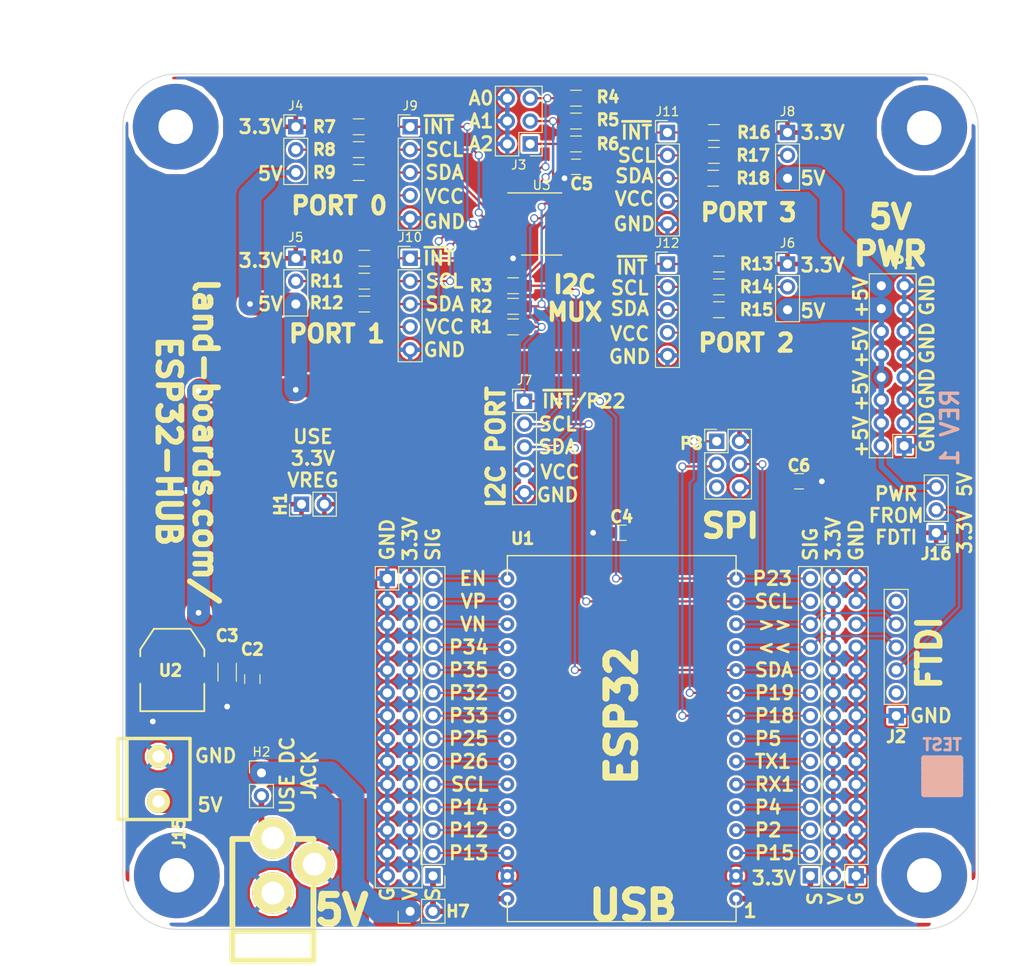
<source format=kicad_pcb>
(kicad_pcb (version 20171130) (host pcbnew "(5.0.2)-1")
  (title_block (title Blue-Pill-Hub) (date 2019-03-03) (rev 2) (company land-boards.com))
  (layers (0 F.Cu signal) (31 B.Cu signal) (36 B.SilkS user) (37 F.SilkS user) (38 B.Mask user) (39 F.Mask user) (44 Edge.Cuts user))
  (net 0 "")
  (net 1 +5V)
  (net 2 GND)
  (net 3 +3V3)
  (net 4 /VO3)
  (net 5 /STM_SDA)
  (net 6 /STM_SCL)
  (net 7 /SD0)
  (net 8 /A2)
  (net 9 /A1)
  (net 10 /A0)
  (net 11 "Net-(J4-Pad2)")
  (net 12 "Net-(J10-Pad4)")
  (net 13 "Net-(J11-Pad4)")
  (net 14 "Net-(J12-Pad4)")
  (net 15 /DCIN)
  (net 16 "Net-(H7-Pad2)")
  (net 17 "Net-(J16-Pad2)")
  (net 18 /GP13)
  (net 19 /GP12)
  (net 20 /GP14)
  (net 21 /GP26)
  (net 22 /GP25)
  (net 23 /GP33)
  (net 24 /GP32)
  (net 25 /GP35)
  (net 26 /GP34)
  (net 27 /TX0)
  (net 28 /RX0)
  (net 29 /GP19)
  (net 30 /GP18)
  (net 31 /GP5)
  (net 32 /TX2)
  (net 33 /RX1)
  (net 34 /GP4)
  (net 35 /GP2)
  (net 36 /GP15)
  (net 37 /INT0)
  (net 38 /SC0)
  (net 39 /INT1)
  (net 40 /SC1)
  (net 41 /SD1)
  (net 42 /INT2)
  (net 43 /SC2)
  (net 44 /SD2)
  (net 45 /INT3)
  (net 46 /SC3)
  (net 47 /SD3)
  (net 48 /GP27)
  (net 49 /EN)
  (net 50 /VP)
  (net 51 /VN)
  (net 52 /GP23)
  (net 53 "Net-(P12-Pad1)")
  (module Capacitors_SMD:C_1206_HandSoldering (layer F.Cu) (at 21.59 76.454 270)
    (fp_text reference C3 (at -4.064 0) (layer F.SilkS) (effects (font (size 1.27 1.27) (thickness 0.3175))))
    (fp_text value 10uF)
    (pad 2 smd rect (at 2 0 270) (size 2 1.6) (layers F.Cu F.Paste F.Mask) (net 2 GND))
    (pad 1 smd rect (at -2 0 270) (size 2 1.6) (layers F.Cu F.Paste F.Mask) (net 4 /VO3))
  )
  (module LandBoards_Conns:DCJ-NEW (layer F.Cu) (at 26.67 100.965 90)
    (fp_text reference J1 hide)
    (fp_text value DCJ0202 hide)
    (pad 2 thru_hole circle (at 0 0 90) (size 4.6 4.6) (drill 2.54) (layers *.Cu *.Mask F.SilkS) (net 2 GND))
    (pad 1 thru_hole circle (at 6.1 0 90) (size 4.6 4.6) (drill 2.54) (layers *.Cu *.Mask F.SilkS) (net 15 /DCIN))
    (pad 3 thru_hole circle (at 3.2 4.6 90) (size 4.6 4.6) (drill 2.54) (layers *.Cu *.Mask F.SilkS) (net 2 GND))
  )
  (module LandBoards_SMD_Packages:SOT223 (layer F.Cu) (at 15.494 76.2)
    (fp_text reference U2 (at -0.2032 0.0508) (layer F.SilkS) (effects (font (size 1.27 1.27) (thickness 0.3175))))
    (fp_text value AP1117 hide)
    (pad 4 smd rect (at 0 -3.302) (size 3.6576 2.032) (layers F.Cu F.Mask) (net 4 /VO3))
    (pad 2 smd rect (at 0 3.302) (size 1.016 2.032) (layers F.Cu F.Mask) (net 4 /VO3))
    (pad 3 smd rect (at 2.286 3.302) (size 1.016 2.032) (layers F.Cu F.Mask) (net 1 +5V))
    (pad 1 smd rect (at -2.286 3.302) (size 1.016 2.032) (layers F.Cu F.Mask) (net 2 GND))
  )
  (module Resistors_SMD:R_0805_HandSoldering (layer F.Cu) (at 53.34 38.1)
    (fp_text reference R1 (at -3.556 0) (layer F.SilkS) (effects (font (size 1.27 1.27) (thickness 0.3175))))
    (fp_text value 10K)
    (pad 1 smd rect (at -1.35 0) (size 1.5 1.3) (layers F.Cu F.Mask) (net 3 +3V3))
    (pad 2 smd rect (at 1.35 0) (size 1.5 1.3) (layers F.Cu F.Mask) (net 52 /GP23))
  )
  (module Resistors_SMD:R_0805_HandSoldering (layer F.Cu) (at 53.34 35.814)
    (fp_text reference R2 (at -3.556 0) (layer F.SilkS) (effects (font (size 1.27 1.27) (thickness 0.3175))))
    (fp_text value 2.2K)
    (pad 1 smd rect (at -1.35 0) (size 1.5 1.3) (layers F.Cu F.Mask) (net 3 +3V3))
    (pad 2 smd rect (at 1.35 0) (size 1.5 1.3) (layers F.Cu F.Mask) (net 6 /STM_SCL))
  )
  (module Resistors_SMD:R_0805_HandSoldering (layer F.Cu) (at 53.34 33.528)
    (fp_text reference R3 (at -3.556 0) (layer F.SilkS) (effects (font (size 1.27 1.27) (thickness 0.3175))))
    (fp_text value 2.2K)
    (pad 1 smd rect (at -1.35 0) (size 1.5 1.3) (layers F.Cu F.Mask) (net 3 +3V3))
    (pad 2 smd rect (at 1.35 0) (size 1.5 1.3) (layers F.Cu F.Mask) (net 5 /STM_SDA))
  )
  (module Resistors_SMD:R_0805_HandSoldering (layer F.Cu) (at 60.325 12.7 180)
    (fp_text reference R4 (at -3.556 0.127 180) (layer F.SilkS) (effects (font (size 1.27 1.27) (thickness 0.3175))))
    (fp_text value 10K)
    (pad 1 smd rect (at -1.35 0 180) (size 1.5 1.3) (layers F.Cu F.Mask) (net 3 +3V3))
    (pad 2 smd rect (at 1.35 0 180) (size 1.5 1.3) (layers F.Cu F.Mask) (net 10 /A0))
  )
  (module Resistors_SMD:R_0805_HandSoldering (layer F.Cu) (at 60.325 15.24 180)
    (fp_text reference R5 (at -3.556 0.127 180) (layer F.SilkS) (effects (font (size 1.27 1.27) (thickness 0.3175))))
    (fp_text value 10K)
    (pad 1 smd rect (at -1.35 0 180) (size 1.5 1.3) (layers F.Cu F.Mask) (net 3 +3V3))
    (pad 2 smd rect (at 1.35 0 180) (size 1.5 1.3) (layers F.Cu F.Mask) (net 9 /A1))
  )
  (module Resistors_SMD:R_0805_HandSoldering (layer F.Cu) (at 60.325 17.78 180)
    (fp_text reference R6 (at -3.556 0 180) (layer F.SilkS) (effects (font (size 1.27 1.27) (thickness 0.3175))))
    (fp_text value 10K)
    (pad 1 smd rect (at -1.35 0 180) (size 1.5 1.3) (layers F.Cu F.Mask) (net 3 +3V3))
    (pad 2 smd rect (at 1.35 0 180) (size 1.5 1.3) (layers F.Cu F.Mask) (net 8 /A2))
  )
  (module Resistors_SMD:R_0805_HandSoldering (layer F.Cu) (at 36.195 15.875)
    (fp_text reference R7 (at -3.81 0) (layer F.SilkS) (effects (font (size 1.27 1.27) (thickness 0.3175))))
    (fp_text value 2.2K)
    (pad 1 smd rect (at -1.35 0) (size 1.5 1.3) (layers F.Cu F.Mask) (net 11 "Net-(J4-Pad2)"))
    (pad 2 smd rect (at 1.35 0) (size 1.5 1.3) (layers F.Cu F.Mask) (net 7 /SD0))
  )
  (module Resistors_SMD:R_0805_HandSoldering (layer F.Cu) (at 36.195 18.415)
    (fp_text reference R8 (at -3.81 0) (layer F.SilkS) (effects (font (size 1.27 1.27) (thickness 0.3175))))
    (fp_text value 2.2K)
    (pad 1 smd rect (at -1.35 0) (size 1.5 1.3) (layers F.Cu F.Mask) (net 11 "Net-(J4-Pad2)"))
    (pad 2 smd rect (at 1.35 0) (size 1.5 1.3) (layers F.Cu F.Mask) (net 38 /SC0))
  )
  (module Resistors_SMD:R_0805_HandSoldering (layer F.Cu) (at 36.195 20.955)
    (fp_text reference R9 (at -3.81 0) (layer F.SilkS) (effects (font (size 1.27 1.27) (thickness 0.3175))))
    (fp_text value 10K)
    (pad 1 smd rect (at -1.35 0) (size 1.5 1.3) (layers F.Cu F.Mask) (net 11 "Net-(J4-Pad2)"))
    (pad 2 smd rect (at 1.35 0) (size 1.5 1.3) (layers F.Cu F.Mask) (net 37 /INT0))
  )
  (module Resistors_SMD:R_0805_HandSoldering (layer F.Cu) (at 36.83 30.48)
    (fp_text reference R10 (at -4.191 -0.127) (layer F.SilkS) (effects (font (size 1.27 1.27) (thickness 0.3175))))
    (fp_text value 2.2K)
    (pad 1 smd rect (at -1.35 0) (size 1.5 1.3) (layers F.Cu F.Mask) (net 12 "Net-(J10-Pad4)"))
    (pad 2 smd rect (at 1.35 0) (size 1.5 1.3) (layers F.Cu F.Mask) (net 41 /SD1))
  )
  (module Resistors_SMD:R_0805_HandSoldering (layer F.Cu) (at 36.83 33.02)
    (fp_text reference R11 (at -4.191 0) (layer F.SilkS) (effects (font (size 1.27 1.27) (thickness 0.3175))))
    (fp_text value 2.2K)
    (pad 1 smd rect (at -1.35 0) (size 1.5 1.3) (layers F.Cu F.Mask) (net 12 "Net-(J10-Pad4)"))
    (pad 2 smd rect (at 1.35 0) (size 1.5 1.3) (layers F.Cu F.Mask) (net 40 /SC1))
  )
  (module Resistors_SMD:R_0805_HandSoldering (layer F.Cu) (at 36.83 35.56)
    (fp_text reference R12 (at -4.191 -0.127) (layer F.SilkS) (effects (font (size 1.27 1.27) (thickness 0.3175))))
    (fp_text value 10K)
    (pad 1 smd rect (at -1.35 0) (size 1.5 1.3) (layers F.Cu F.Mask) (net 12 "Net-(J10-Pad4)"))
    (pad 2 smd rect (at 1.35 0) (size 1.5 1.3) (layers F.Cu F.Mask) (net 39 /INT1))
  )
  (module Resistors_SMD:R_0805_HandSoldering (layer F.Cu) (at 76.2 31.115 180)
    (fp_text reference R13 (at -4.191 0 180) (layer F.SilkS) (effects (font (size 1.27 1.27) (thickness 0.3175))))
    (fp_text value 2.2K)
    (pad 1 smd rect (at -1.35 0 180) (size 1.5 1.3) (layers F.Cu F.Mask) (net 14 "Net-(J12-Pad4)"))
    (pad 2 smd rect (at 1.35 0 180) (size 1.5 1.3) (layers F.Cu F.Mask) (net 44 /SD2))
  )
  (module Resistors_SMD:R_0805_HandSoldering (layer F.Cu) (at 76.2 33.655 180)
    (fp_text reference R14 (at -4.191 0 180) (layer F.SilkS) (effects (font (size 1.27 1.27) (thickness 0.3175))))
    (fp_text value 2.2K)
    (pad 1 smd rect (at -1.35 0 180) (size 1.5 1.3) (layers F.Cu F.Mask) (net 14 "Net-(J12-Pad4)"))
    (pad 2 smd rect (at 1.35 0 180) (size 1.5 1.3) (layers F.Cu F.Mask) (net 43 /SC2))
  )
  (module Resistors_SMD:R_0805_HandSoldering (layer F.Cu) (at 76.2 36.195 180)
    (fp_text reference R15 (at -4.191 0 180) (layer F.SilkS) (effects (font (size 1.27 1.27) (thickness 0.3175))))
    (fp_text value 10K)
    (pad 1 smd rect (at -1.35 0 180) (size 1.5 1.3) (layers F.Cu F.Mask) (net 14 "Net-(J12-Pad4)"))
    (pad 2 smd rect (at 1.35 0 180) (size 1.5 1.3) (layers F.Cu F.Mask) (net 42 /INT2))
  )
  (module Resistors_SMD:R_0805_HandSoldering (layer F.Cu) (at 75.645 16.51 180)
    (fp_text reference R16 (at -4.445 0 180) (layer F.SilkS) (effects (font (size 1.27 1.27) (thickness 0.3175))))
    (fp_text value 2.2K)
    (pad 1 smd rect (at -1.35 0 180) (size 1.5 1.3) (layers F.Cu F.Mask) (net 13 "Net-(J11-Pad4)"))
    (pad 2 smd rect (at 1.35 0 180) (size 1.5 1.3) (layers F.Cu F.Mask) (net 47 /SD3))
  )
  (module Resistors_SMD:R_0805_HandSoldering (layer F.Cu) (at 75.645 19.05 180)
    (fp_text reference R17 (at -4.365 0 180) (layer F.SilkS) (effects (font (size 1.27 1.27) (thickness 0.3175))))
    (fp_text value 2.2K)
    (pad 1 smd rect (at -1.35 0 180) (size 1.5 1.3) (layers F.Cu F.Mask) (net 13 "Net-(J11-Pad4)"))
    (pad 2 smd rect (at 1.35 0 180) (size 1.5 1.3) (layers F.Cu F.Mask) (net 46 /SC3))
  )
  (module Resistors_SMD:R_0805_HandSoldering (layer F.Cu) (at 75.565 21.59 180)
    (fp_text reference R18 (at -4.445 0 180) (layer F.SilkS) (effects (font (size 1.27 1.27) (thickness 0.3175))))
    (fp_text value 10K)
    (pad 1 smd rect (at -1.35 0 180) (size 1.5 1.3) (layers F.Cu F.Mask) (net 13 "Net-(J11-Pad4)"))
    (pad 2 smd rect (at 1.35 0 180) (size 1.5 1.3) (layers F.Cu F.Mask) (net 45 /INT3))
  )
  (module Capacitors_SMD:C_0805_HandSoldering (layer F.Cu) (at 24.384 77.216 270)
    (fp_text reference C2 (at -3.302 0) (layer F.SilkS) (effects (font (size 1.27 1.27) (thickness 0.3175))))
    (fp_text value 0.1uF)
    (pad 2 smd rect (at 1.25 0 270) (size 1.5 1.25) (layers F.Cu F.Paste F.Mask) (net 2 GND))
    (pad 1 smd rect (at -1.25 0 270) (size 1.5 1.25) (layers F.Cu F.Paste F.Mask) (net 4 /VO3))
  )
  (module Capacitors_SMD:C_0805_HandSoldering (layer F.Cu) (at 65.405 60.96 180)
    (fp_text reference C4 (at 0 1.778 180) (layer F.SilkS) (effects (font (size 1.27 1.27) (thickness 0.3175))))
    (fp_text value 0.1uF)
    (pad 2 smd rect (at 1.25 0 180) (size 1.5 1.25) (layers F.Cu F.Paste F.Mask) (net 2 GND))
    (pad 1 smd rect (at -1.25 0 180) (size 1.5 1.25) (layers F.Cu F.Paste F.Mask) (net 3 +3V3))
  )
  (module Capacitors_SMD:C_0805_HandSoldering (layer F.Cu) (at 60.325 20.32 180)
    (fp_text reference C5 (at -0.635 -1.905 180) (layer F.SilkS) (effects (font (size 1.27 1.27) (thickness 0.3175))))
    (fp_text value 0.1uF)
    (pad 1 smd rect (at -1.25 0 180) (size 1.5 1.25) (layers F.Cu F.Paste F.Mask) (net 3 +3V3))
    (pad 2 smd rect (at 1.25 0 180) (size 1.5 1.25) (layers F.Cu F.Paste F.Mask) (net 2 GND))
  )
  (module Capacitors_SMD:C_0805_HandSoldering (layer F.Cu) (at 85.09 55.245)
    (fp_text reference C6 (at 0 -1.75) (layer F.SilkS) (effects (font (size 1.27 1.27) (thickness 0.3175))))
    (fp_text value 0.1uF)
    (pad 2 smd rect (at 1.25 0) (size 1.5 1.25) (layers F.Cu F.Paste F.Mask) (net 2 GND))
    (pad 1 smd rect (at -1.25 0) (size 1.5 1.25) (layers F.Cu F.Paste F.Mask) (net 3 +3V3))
  )
  (module Pin_Headers:Pin_Header_Straight_2x08_Pitch2.54mm (layer F.Cu) (at 96.774 51.308 180)
    (fp_text reference P1 (at 0 20.32 180) (layer F.SilkS) (effects (font (size 1.27 1.27) (thickness 0.3175))))
    (fp_text value Conn_02x08_Odd_Even)
    (pad 16 thru_hole oval (at 2.54 17.78 180) (size 1.7 1.7) (drill 1) (layers *.Cu *.Mask) (net 1 +5V))
    (pad 15 thru_hole oval (at 0 17.78 180) (size 1.7 1.7) (drill 1) (layers *.Cu *.Mask) (net 2 GND))
    (pad 14 thru_hole oval (at 2.54 15.24 180) (size 1.7 1.7) (drill 1) (layers *.Cu *.Mask) (net 1 +5V))
    (pad 13 thru_hole oval (at 0 15.24 180) (size 1.7 1.7) (drill 1) (layers *.Cu *.Mask) (net 2 GND))
    (pad 12 thru_hole oval (at 2.54 12.7 180) (size 1.7 1.7) (drill 1) (layers *.Cu *.Mask) (net 1 +5V))
    (pad 11 thru_hole oval (at 0 12.7 180) (size 1.7 1.7) (drill 1) (layers *.Cu *.Mask) (net 2 GND))
    (pad 10 thru_hole oval (at 2.54 10.16 180) (size 1.7 1.7) (drill 1) (layers *.Cu *.Mask) (net 1 +5V))
    (pad 9 thru_hole oval (at 0 10.16 180) (size 1.7 1.7) (drill 1) (layers *.Cu *.Mask) (net 2 GND))
    (pad 8 thru_hole oval (at 2.54 7.62 180) (size 1.7 1.7) (drill 1) (layers *.Cu *.Mask) (net 1 +5V))
    (pad 7 thru_hole oval (at 0 7.62 180) (size 1.7 1.7) (drill 1) (layers *.Cu *.Mask) (net 2 GND))
    (pad 6 thru_hole oval (at 2.54 5.08 180) (size 1.7 1.7) (drill 1) (layers *.Cu *.Mask) (net 1 +5V))
    (pad 5 thru_hole oval (at 0 5.08 180) (size 1.7 1.7) (drill 1) (layers *.Cu *.Mask) (net 2 GND))
    (pad 4 thru_hole oval (at 2.54 2.54 180) (size 1.7 1.7) (drill 1) (layers *.Cu *.Mask) (net 1 +5V))
    (pad 3 thru_hole oval (at 0 2.54 180) (size 1.7 1.7) (drill 1) (layers *.Cu *.Mask) (net 2 GND))
    (pad 2 thru_hole oval (at 2.54 0 180) (size 1.7 1.7) (drill 1) (layers *.Cu *.Mask) (net 1 +5V))
    (pad 1 thru_hole rect (at 0 0 180) (size 1.7 1.7) (drill 1) (layers *.Cu *.Mask) (net 2 GND))
  )
  (module Pin_Headers:Pin_Header_Straight_2x03_Pitch2.54mm (layer F.Cu) (at 75.946 50.8)
    (fp_text reference P8 (at -2.794 0.254) (layer F.SilkS) (effects (font (size 1.27 1.27) (thickness 0.3175))))
    (fp_text value Conn_02x03_Odd_Even)
    (pad 6 thru_hole oval (at 2.54 5.08) (size 1.7 1.7) (drill 1) (layers *.Cu *.Mask) (net 2 GND))
    (pad 5 thru_hole oval (at 0 5.08) (size 1.7 1.7) (drill 1) (layers *.Cu *.Mask))
    (pad 4 thru_hole oval (at 2.54 2.54) (size 1.7 1.7) (drill 1) (layers *.Cu *.Mask) (net 52 /GP23))
    (pad 3 thru_hole oval (at 0 2.54) (size 1.7 1.7) (drill 1) (layers *.Cu *.Mask) (net 30 /GP18))
    (pad 2 thru_hole oval (at 2.54 0) (size 1.7 1.7) (drill 1) (layers *.Cu *.Mask) (net 3 +3V3))
    (pad 1 thru_hole rect (at 0 0) (size 1.7 1.7) (drill 1) (layers *.Cu *.Mask) (net 29 /GP19))
  )
  (module Pin_Headers:Pin_Header_Straight_1x02_Pitch2.54mm (layer F.Cu) (at 29.845 57.785 90)
    (fp_text reference H1 (at 0 -2.33 90) (layer F.SilkS) (effects (font (size 1.27 1.27) (thickness 0.3175))))
    (fp_text value Conn_01x02)
    (pad 1 thru_hole rect (at 0 0 90) (size 1.7 1.7) (drill 1) (layers *.Cu *.Mask) (net 4 /VO3))
    (pad 2 thru_hole oval (at 0 2.54 90) (size 1.7 1.7) (drill 1) (layers *.Cu *.Mask) (net 3 +3V3))
  )
  (module Pin_Headers:Pin_Header_Straight_1x02_Pitch2.54mm (layer F.Cu) (at 41.91 103 90)
    (fp_text reference H7 (at 0 5.3 -180) (layer F.SilkS) (effects (font (size 1.27 1.27) (thickness 0.3175))))
    (fp_text value Conn_01x02)
    (pad 2 thru_hole oval (at 0 2.54 90) (size 1.7 1.7) (drill 1) (layers *.Cu *.Mask) (net 16 "Net-(H7-Pad2)"))
    (pad 1 thru_hole rect (at 0 0 90) (size 1.7 1.7) (drill 1) (layers *.Cu *.Mask) (net 1 +5V))
  )
  (module Pin_Headers:Pin_Header_Straight_1x06_Pitch2.54mm (layer F.Cu) (at 95.885 81.28 180)
    (fp_text reference J2 (at 0 -2.33 180) (layer F.SilkS) (effects (font (size 1.27 1.27) (thickness 0.3175))))
    (fp_text value FTDI)
    (pad 6 thru_hole oval (at 0 12.7 180) (size 1.7 1.7) (drill 1) (layers *.Cu *.Mask))
    (pad 5 thru_hole oval (at 0 10.16 180) (size 1.7 1.7) (drill 1) (layers *.Cu *.Mask) (net 27 /TX0))
    (pad 4 thru_hole oval (at 0 7.62 180) (size 1.7 1.7) (drill 1) (layers *.Cu *.Mask) (net 28 /RX0))
    (pad 3 thru_hole oval (at 0 5.08 180) (size 1.7 1.7) (drill 1) (layers *.Cu *.Mask) (net 17 "Net-(J16-Pad2)"))
    (pad 2 thru_hole oval (at 0 2.54 180) (size 1.7 1.7) (drill 1) (layers *.Cu *.Mask))
    (pad 1 thru_hole rect (at 0 0 180) (size 1.7 1.7) (drill 1) (layers *.Cu *.Mask) (net 2 GND))
  )
  (module LandBoards_Conns:TB2-5MM (layer F.Cu) (at 13.97 90.805 90)
    (fp_text reference J15 (at -3.556 2.286 90) (layer F.SilkS) (effects (font (size 1.27 1.27) (thickness 0.3175))))
    (fp_text value Conn_01x02 hide)
    (pad 2 thru_hole circle (at 5 0 90) (size 2.54 2.54) (drill 1.3589) (layers *.Cu *.Mask F.SilkS) (net 2 GND))
    (pad 1 thru_hole circle (at 0 0 90) (size 2.54 2.54) (drill 1.3589) (layers *.Cu *.Mask F.SilkS) (net 1 +5V))
  )
  (module Pin_Headers:Pin_Header_Straight_1x03_Pitch2.54mm (layer F.Cu) (at 100.33 60.96 180)
    (fp_text reference J16 (at 0 -2.33 180) (layer F.SilkS) (effects (font (size 1.27 1.27) (thickness 0.3175))))
    (fp_text value Conn_01x03)
    (pad 3 thru_hole oval (at 0 5.08 180) (size 1.7 1.7) (drill 1) (layers *.Cu *.Mask) (net 1 +5V))
    (pad 2 thru_hole oval (at 0 2.54 180) (size 1.7 1.7) (drill 1) (layers *.Cu *.Mask) (net 17 "Net-(J16-Pad2)"))
    (pad 1 thru_hole rect (at 0 0 180) (size 1.7 1.7) (drill 1) (layers *.Cu *.Mask) (net 3 +3V3))
  )
  (module LandBoards_MountHoles:MTG-6-32 (layer F.Cu) (at 15.875 15.875)
    (fp_text reference MTG1 hide)
    (fp_text value MTG_HOLE hide)
    (pad 1 thru_hole circle (at 0 0) (size 9.525 9.525) (drill 3.8354) (layers *.Cu *.Mask) (clearance 0.508))
  )
  (module LandBoards_MountHoles:MTG-6-32 (layer F.Cu) (at 99 99)
    (fp_text reference MTG2 hide)
    (fp_text value MTG_HOLE hide)
    (pad 1 thru_hole circle (at 0 0) (size 9.525 9.525) (drill 3.8354) (layers *.Cu *.Mask) (clearance 0.508))
  )
  (module LandBoards_MountHoles:MTG-6-32 (layer F.Cu) (at 16 99)
    (fp_text reference MTG3 hide)
    (fp_text value MTG_HOLE hide)
    (pad 1 thru_hole circle (at 0 0) (size 9.525 9.525) (drill 3.8354) (layers *.Cu *.Mask) (clearance 0.508))
  )
  (module LandBoards_MountHoles:MTG-6-32 (layer F.Cu) (at 99 16)
    (fp_text reference MTG?1 hide)
    (fp_text value MTG_HOLE hide)
    (pad 1 thru_hole circle (at 0 0) (size 9.525 9.525) (drill 3.8354) (layers *.Cu *.Mask) (clearance 0.508))
  )
  (module LandBoards_Marking:TEST_BLK-REAR (layer F.Cu) (at 101 88)
    (fp_text reference TEST (at 0 -3.5) (layer B.SilkS) (effects (font (size 1.27 1.27) (thickness 0.3175)) (justify mirror)))
    (fp_text value COUPON hide)
  )
  (module LandBoards_BoardOutlines:ESP32_EXP (layer F.Cu) (at 65.405 101.6 180)
    (fp_text reference U1 (at 11 40 180) (layer F.SilkS) (effects (font (size 1.27 1.27) (thickness 0.3175))))
    (fp_text value ESP32)
    (pad 1 thru_hole circle (at -12.7 0 180) (size 1.524 1.524) (drill 0.762) (layers *.Cu *.Mask) (net 53 "Net-(P12-Pad1)"))
    (pad 2 thru_hole circle (at -12.7 2.54 180) (size 1.524 1.524) (drill 0.762) (layers *.Cu *.Mask) (net 2 GND))
    (pad 3 thru_hole circle (at -12.7 5.08 180) (size 1.524 1.524) (drill 0.762) (layers *.Cu *.Mask) (net 36 /GP15))
    (pad 4 thru_hole circle (at -12.7 7.62 180) (size 1.524 1.524) (drill 0.762) (layers *.Cu *.Mask) (net 35 /GP2))
    (pad 5 thru_hole circle (at -12.7 10.16 180) (size 1.524 1.524) (drill 0.762) (layers *.Cu *.Mask) (net 34 /GP4))
    (pad 6 thru_hole circle (at -12.7 12.7 180) (size 1.524 1.524) (drill 0.762) (layers *.Cu *.Mask) (net 33 /RX1))
    (pad 7 thru_hole circle (at -12.7 15.24 180) (size 1.524 1.524) (drill 0.762) (layers *.Cu *.Mask) (net 32 /TX2))
    (pad 8 thru_hole circle (at -12.7 17.78 180) (size 1.524 1.524) (drill 0.762) (layers *.Cu *.Mask) (net 31 /GP5))
    (pad 9 thru_hole circle (at -12.7 20.32 180) (size 1.524 1.524) (drill 0.762) (layers *.Cu *.Mask) (net 30 /GP18))
    (pad 10 thru_hole circle (at -12.7 22.86 180) (size 1.524 1.524) (drill 0.762) (layers *.Cu *.Mask) (net 29 /GP19))
    (pad 11 thru_hole circle (at -12.7 25.4 180) (size 1.524 1.524) (drill 0.762) (layers *.Cu *.Mask) (net 5 /STM_SDA))
    (pad 12 thru_hole circle (at -12.7 27.94 180) (size 1.524 1.524) (drill 0.762) (layers *.Cu *.Mask) (net 28 /RX0))
    (pad 13 thru_hole circle (at -12.7 30.48 180) (size 1.524 1.524) (drill 0.762) (layers *.Cu *.Mask) (net 27 /TX0))
    (pad 14 thru_hole circle (at -12.7 33.02 180) (size 1.524 1.524) (drill 0.762) (layers *.Cu *.Mask) (net 6 /STM_SCL))
    (pad 15 thru_hole circle (at -12.7 35.56 180) (size 1.524 1.524) (drill 0.762) (layers *.Cu *.Mask) (net 52 /GP23))
    (pad 16 thru_hole circle (at 12.7 35.56 180) (size 1.524 1.524) (drill 0.762) (layers *.Cu *.Mask) (net 49 /EN))
    (pad 17 thru_hole circle (at 12.7 33.02 180) (size 1.524 1.524) (drill 0.762) (layers *.Cu *.Mask) (net 50 /VP))
    (pad 18 thru_hole circle (at 12.7 30.48 180) (size 1.524 1.524) (drill 0.762) (layers *.Cu *.Mask) (net 51 /VN))
    (pad 19 thru_hole circle (at 12.7 27.94 180) (size 1.524 1.524) (drill 0.762) (layers *.Cu *.Mask) (net 26 /GP34))
    (pad 20 thru_hole circle (at 12.7 25.4 180) (size 1.524 1.524) (drill 0.762) (layers *.Cu *.Mask) (net 25 /GP35))
    (pad 21 thru_hole circle (at 12.7 22.86 180) (size 1.524 1.524) (drill 0.762) (layers *.Cu *.Mask) (net 24 /GP32))
    (pad 22 thru_hole circle (at 12.7 20.32 180) (size 1.524 1.524) (drill 0.762) (layers *.Cu *.Mask) (net 23 /GP33))
    (pad 23 thru_hole circle (at 12.7 17.78 180) (size 1.524 1.524) (drill 0.762) (layers *.Cu *.Mask) (net 22 /GP25))
    (pad 24 thru_hole circle (at 12.7 15.24 180) (size 1.524 1.524) (drill 0.762) (layers *.Cu *.Mask) (net 21 /GP26))
    (pad 25 thru_hole circle (at 12.7 12.7 180) (size 1.524 1.524) (drill 0.762) (layers *.Cu *.Mask) (net 48 /GP27))
    (pad 26 thru_hole circle (at 12.7 10.16 180) (size 1.524 1.524) (drill 0.762) (layers *.Cu *.Mask) (net 20 /GP14))
    (pad 27 thru_hole circle (at 12.7 7.62 180) (size 1.524 1.524) (drill 0.762) (layers *.Cu *.Mask) (net 19 /GP12))
    (pad 28 thru_hole circle (at 12.7 5.08 180) (size 1.524 1.524) (drill 0.762) (layers *.Cu *.Mask) (net 18 /GP13))
    (pad 29 thru_hole circle (at 12.7 2.54 180) (size 1.524 1.524) (drill 0.762) (layers *.Cu *.Mask) (net 2 GND))
    (pad 30 thru_hole circle (at 12.7 0 180) (size 1.524 1.524) (drill 0.762) (layers *.Cu *.Mask) (net 16 "Net-(H7-Pad2)"))
  )
  (module Pin_Headers:Pin_Header_Straight_2x14_Pitch2.54mm (layer F.Cu) (at 39.37 66.04)
    (fp_text reference P2 hide)
    (fp_text value Conn_02x14_Odd_Even)
    (pad 28 thru_hole oval (at 2.54 33.02) (size 1.7 1.7) (drill 1) (layers *.Cu *.Mask) (net 3 +3V3))
    (pad 27 thru_hole oval (at 0 33.02) (size 1.7 1.7) (drill 1) (layers *.Cu *.Mask) (net 2 GND))
    (pad 26 thru_hole oval (at 2.54 30.48) (size 1.7 1.7) (drill 1) (layers *.Cu *.Mask) (net 3 +3V3))
    (pad 25 thru_hole oval (at 0 30.48) (size 1.7 1.7) (drill 1) (layers *.Cu *.Mask) (net 2 GND))
    (pad 24 thru_hole oval (at 2.54 27.94) (size 1.7 1.7) (drill 1) (layers *.Cu *.Mask) (net 3 +3V3))
    (pad 23 thru_hole oval (at 0 27.94) (size 1.7 1.7) (drill 1) (layers *.Cu *.Mask) (net 2 GND))
    (pad 22 thru_hole oval (at 2.54 25.4) (size 1.7 1.7) (drill 1) (layers *.Cu *.Mask) (net 3 +3V3))
    (pad 21 thru_hole oval (at 0 25.4) (size 1.7 1.7) (drill 1) (layers *.Cu *.Mask) (net 2 GND))
    (pad 20 thru_hole oval (at 2.54 22.86) (size 1.7 1.7) (drill 1) (layers *.Cu *.Mask) (net 3 +3V3))
    (pad 19 thru_hole oval (at 0 22.86) (size 1.7 1.7) (drill 1) (layers *.Cu *.Mask) (net 2 GND))
    (pad 18 thru_hole oval (at 2.54 20.32) (size 1.7 1.7) (drill 1) (layers *.Cu *.Mask) (net 3 +3V3))
    (pad 17 thru_hole oval (at 0 20.32) (size 1.7 1.7) (drill 1) (layers *.Cu *.Mask) (net 2 GND))
    (pad 16 thru_hole oval (at 2.54 17.78) (size 1.7 1.7) (drill 1) (layers *.Cu *.Mask) (net 3 +3V3))
    (pad 15 thru_hole oval (at 0 17.78) (size 1.7 1.7) (drill 1) (layers *.Cu *.Mask) (net 2 GND))
    (pad 14 thru_hole oval (at 2.54 15.24) (size 1.7 1.7) (drill 1) (layers *.Cu *.Mask) (net 3 +3V3))
    (pad 13 thru_hole oval (at 0 15.24) (size 1.7 1.7) (drill 1) (layers *.Cu *.Mask) (net 2 GND))
    (pad 12 thru_hole oval (at 2.54 12.7) (size 1.7 1.7) (drill 1) (layers *.Cu *.Mask) (net 3 +3V3))
    (pad 11 thru_hole oval (at 0 12.7) (size 1.7 1.7) (drill 1) (layers *.Cu *.Mask) (net 2 GND))
    (pad 10 thru_hole oval (at 2.54 10.16) (size 1.7 1.7) (drill 1) (layers *.Cu *.Mask) (net 3 +3V3))
    (pad 9 thru_hole oval (at 0 10.16) (size 1.7 1.7) (drill 1) (layers *.Cu *.Mask) (net 2 GND))
    (pad 8 thru_hole oval (at 2.54 7.62) (size 1.7 1.7) (drill 1) (layers *.Cu *.Mask) (net 3 +3V3))
    (pad 7 thru_hole oval (at 0 7.62) (size 1.7 1.7) (drill 1) (layers *.Cu *.Mask) (net 2 GND))
    (pad 6 thru_hole oval (at 2.54 5.08) (size 1.7 1.7) (drill 1) (layers *.Cu *.Mask) (net 3 +3V3))
    (pad 5 thru_hole oval (at 0 5.08) (size 1.7 1.7) (drill 1) (layers *.Cu *.Mask) (net 2 GND))
    (pad 4 thru_hole oval (at 2.54 2.54) (size 1.7 1.7) (drill 1) (layers *.Cu *.Mask) (net 3 +3V3))
    (pad 3 thru_hole oval (at 0 2.54) (size 1.7 1.7) (drill 1) (layers *.Cu *.Mask) (net 2 GND))
    (pad 2 thru_hole oval (at 2.54 0) (size 1.7 1.7) (drill 1) (layers *.Cu *.Mask) (net 3 +3V3))
    (pad 1 thru_hole rect (at 0 0) (size 1.7 1.7) (drill 1) (layers *.Cu *.Mask) (net 2 GND))
  )
  (module Pin_Headers:Pin_Header_Straight_2x14_Pitch2.54mm (layer F.Cu) (at 91.44 99.06 180)
    (fp_text reference P11 hide)
    (fp_text value Conn_02x14_Odd_Even)
    (pad 28 thru_hole oval (at 2.54 33.02 180) (size 1.7 1.7) (drill 1) (layers *.Cu *.Mask) (net 3 +3V3))
    (pad 27 thru_hole oval (at 0 33.02 180) (size 1.7 1.7) (drill 1) (layers *.Cu *.Mask) (net 2 GND))
    (pad 26 thru_hole oval (at 2.54 30.48 180) (size 1.7 1.7) (drill 1) (layers *.Cu *.Mask) (net 3 +3V3))
    (pad 25 thru_hole oval (at 0 30.48 180) (size 1.7 1.7) (drill 1) (layers *.Cu *.Mask) (net 2 GND))
    (pad 24 thru_hole oval (at 2.54 27.94 180) (size 1.7 1.7) (drill 1) (layers *.Cu *.Mask) (net 3 +3V3))
    (pad 23 thru_hole oval (at 0 27.94 180) (size 1.7 1.7) (drill 1) (layers *.Cu *.Mask) (net 2 GND))
    (pad 22 thru_hole oval (at 2.54 25.4 180) (size 1.7 1.7) (drill 1) (layers *.Cu *.Mask) (net 3 +3V3))
    (pad 21 thru_hole oval (at 0 25.4 180) (size 1.7 1.7) (drill 1) (layers *.Cu *.Mask) (net 2 GND))
    (pad 20 thru_hole oval (at 2.54 22.86 180) (size 1.7 1.7) (drill 1) (layers *.Cu *.Mask) (net 3 +3V3))
    (pad 19 thru_hole oval (at 0 22.86 180) (size 1.7 1.7) (drill 1) (layers *.Cu *.Mask) (net 2 GND))
    (pad 18 thru_hole oval (at 2.54 20.32 180) (size 1.7 1.7) (drill 1) (layers *.Cu *.Mask) (net 3 +3V3))
    (pad 17 thru_hole oval (at 0 20.32 180) (size 1.7 1.7) (drill 1) (layers *.Cu *.Mask) (net 2 GND))
    (pad 16 thru_hole oval (at 2.54 17.78 180) (size 1.7 1.7) (drill 1) (layers *.Cu *.Mask) (net 3 +3V3))
    (pad 15 thru_hole oval (at 0 17.78 180) (size 1.7 1.7) (drill 1) (layers *.Cu *.Mask) (net 2 GND))
    (pad 14 thru_hole oval (at 2.54 15.24 180) (size 1.7 1.7) (drill 1) (layers *.Cu *.Mask) (net 3 +3V3))
    (pad 13 thru_hole oval (at 0 15.24 180) (size 1.7 1.7) (drill 1) (layers *.Cu *.Mask) (net 2 GND))
    (pad 12 thru_hole oval (at 2.54 12.7 180) (size 1.7 1.7) (drill 1) (layers *.Cu *.Mask) (net 3 +3V3))
    (pad 11 thru_hole oval (at 0 12.7 180) (size 1.7 1.7) (drill 1) (layers *.Cu *.Mask) (net 2 GND))
    (pad 10 thru_hole oval (at 2.54 10.16 180) (size 1.7 1.7) (drill 1) (layers *.Cu *.Mask) (net 3 +3V3))
    (pad 9 thru_hole oval (at 0 10.16 180) (size 1.7 1.7) (drill 1) (layers *.Cu *.Mask) (net 2 GND))
    (pad 8 thru_hole oval (at 2.54 7.62 180) (size 1.7 1.7) (drill 1) (layers *.Cu *.Mask) (net 3 +3V3))
    (pad 7 thru_hole oval (at 0 7.62 180) (size 1.7 1.7) (drill 1) (layers *.Cu *.Mask) (net 2 GND))
    (pad 6 thru_hole oval (at 2.54 5.08 180) (size 1.7 1.7) (drill 1) (layers *.Cu *.Mask) (net 3 +3V3))
    (pad 5 thru_hole oval (at 0 5.08 180) (size 1.7 1.7) (drill 1) (layers *.Cu *.Mask) (net 2 GND))
    (pad 4 thru_hole oval (at 2.54 2.54 180) (size 1.7 1.7) (drill 1) (layers *.Cu *.Mask) (net 3 +3V3))
    (pad 3 thru_hole oval (at 0 2.54 180) (size 1.7 1.7) (drill 1) (layers *.Cu *.Mask) (net 2 GND))
    (pad 2 thru_hole oval (at 2.54 0 180) (size 1.7 1.7) (drill 1) (layers *.Cu *.Mask) (net 3 +3V3))
    (pad 1 thru_hole rect (at 0 0 180) (size 1.7 1.7) (drill 1) (layers *.Cu *.Mask) (net 2 GND))
  )
  (module Pin_Headers:Pin_Header_Straight_1x14_Pitch2.54mm (layer F.Cu) (at 86.36 99.06 180)
    (fp_text reference P12 hide)
    (fp_text value Conn_01x14)
    (pad 1 thru_hole rect (at 0 0 180) (size 1.7 1.7) (drill 1) (layers *.Cu *.Mask) (net 53 "Net-(P12-Pad1)"))
    (pad 2 thru_hole oval (at 0 2.54 180) (size 1.7 1.7) (drill 1) (layers *.Cu *.Mask) (net 36 /GP15))
    (pad 3 thru_hole oval (at 0 5.08 180) (size 1.7 1.7) (drill 1) (layers *.Cu *.Mask) (net 35 /GP2))
    (pad 4 thru_hole oval (at 0 7.62 180) (size 1.7 1.7) (drill 1) (layers *.Cu *.Mask) (net 34 /GP4))
    (pad 5 thru_hole oval (at 0 10.16 180) (size 1.7 1.7) (drill 1) (layers *.Cu *.Mask) (net 33 /RX1))
    (pad 6 thru_hole oval (at 0 12.7 180) (size 1.7 1.7) (drill 1) (layers *.Cu *.Mask) (net 32 /TX2))
    (pad 7 thru_hole oval (at 0 15.24 180) (size 1.7 1.7) (drill 1) (layers *.Cu *.Mask) (net 31 /GP5))
    (pad 8 thru_hole oval (at 0 17.78 180) (size 1.7 1.7) (drill 1) (layers *.Cu *.Mask) (net 30 /GP18))
    (pad 9 thru_hole oval (at 0 20.32 180) (size 1.7 1.7) (drill 1) (layers *.Cu *.Mask) (net 29 /GP19))
    (pad 10 thru_hole oval (at 0 22.86 180) (size 1.7 1.7) (drill 1) (layers *.Cu *.Mask) (net 5 /STM_SDA))
    (pad 11 thru_hole oval (at 0 25.4 180) (size 1.7 1.7) (drill 1) (layers *.Cu *.Mask) (net 28 /RX0))
    (pad 12 thru_hole oval (at 0 27.94 180) (size 1.7 1.7) (drill 1) (layers *.Cu *.Mask) (net 27 /TX0))
    (pad 13 thru_hole oval (at 0 30.48 180) (size 1.7 1.7) (drill 1) (layers *.Cu *.Mask) (net 6 /STM_SCL))
    (pad 14 thru_hole oval (at 0 33.02 180) (size 1.7 1.7) (drill 1) (layers *.Cu *.Mask) (net 52 /GP23))
  )
  (module Pin_Headers:Pin_Header_Straight_1x14_Pitch2.54mm (layer F.Cu) (at 44.45 99.06 180)
    (fp_text reference P13 hide)
    (fp_text value Conn_01x14)
    (pad 14 thru_hole oval (at 0 33.02 180) (size 1.7 1.7) (drill 1) (layers *.Cu *.Mask) (net 49 /EN))
    (pad 13 thru_hole oval (at 0 30.48 180) (size 1.7 1.7) (drill 1) (layers *.Cu *.Mask) (net 50 /VP))
    (pad 12 thru_hole oval (at 0 27.94 180) (size 1.7 1.7) (drill 1) (layers *.Cu *.Mask) (net 51 /VN))
    (pad 11 thru_hole oval (at 0 25.4 180) (size 1.7 1.7) (drill 1) (layers *.Cu *.Mask) (net 26 /GP34))
    (pad 10 thru_hole oval (at 0 22.86 180) (size 1.7 1.7) (drill 1) (layers *.Cu *.Mask) (net 25 /GP35))
    (pad 9 thru_hole oval (at 0 20.32 180) (size 1.7 1.7) (drill 1) (layers *.Cu *.Mask) (net 24 /GP32))
    (pad 8 thru_hole oval (at 0 17.78 180) (size 1.7 1.7) (drill 1) (layers *.Cu *.Mask) (net 23 /GP33))
    (pad 7 thru_hole oval (at 0 15.24 180) (size 1.7 1.7) (drill 1) (layers *.Cu *.Mask) (net 22 /GP25))
    (pad 6 thru_hole oval (at 0 12.7 180) (size 1.7 1.7) (drill 1) (layers *.Cu *.Mask) (net 21 /GP26))
    (pad 5 thru_hole oval (at 0 10.16 180) (size 1.7 1.7) (drill 1) (layers *.Cu *.Mask) (net 48 /GP27))
    (pad 4 thru_hole oval (at 0 7.62 180) (size 1.7 1.7) (drill 1) (layers *.Cu *.Mask) (net 20 /GP14))
    (pad 3 thru_hole oval (at 0 5.08 180) (size 1.7 1.7) (drill 1) (layers *.Cu *.Mask) (net 19 /GP12))
    (pad 2 thru_hole oval (at 0 2.54 180) (size 1.7 1.7) (drill 1) (layers *.Cu *.Mask) (net 18 /GP13))
    (pad 1 thru_hole rect (at 0 0 180) (size 1.7 1.7) (drill 1) (layers *.Cu *.Mask) (net 16 "Net-(H7-Pad2)"))
  )
  (module Housings_SSOP:TSSOP-20_4.4x6.5mm_Pitch0.65mm (layer F.Cu) (at 56.515 26.67)
    (fp_text reference U3 (at 0 -4.3) (layer F.SilkS))
    (fp_text value TCA9544A)
    (pad 20 smd rect (at 2.95 -2.925) (size 1.45 0.45) (layers F.Cu F.Paste F.Mask) (net 3 +3V3))
    (pad 19 smd rect (at 2.95 -2.275) (size 1.45 0.45) (layers F.Cu F.Paste F.Mask) (net 6 /STM_SCL))
    (pad 18 smd rect (at 2.95 -1.625) (size 1.45 0.45) (layers F.Cu F.Paste F.Mask) (net 52 /GP23))
    (pad 17 smd rect (at 2.95 -0.975) (size 1.45 0.45) (layers F.Cu F.Paste F.Mask) (net 5 /STM_SDA))
    (pad 16 smd rect (at 2.95 -0.325) (size 1.45 0.45) (layers F.Cu F.Paste F.Mask) (net 47 /SD3))
    (pad 15 smd rect (at 2.95 0.325) (size 1.45 0.45) (layers F.Cu F.Paste F.Mask) (net 46 /SC3))
    (pad 14 smd rect (at 2.95 0.975) (size 1.45 0.45) (layers F.Cu F.Paste F.Mask) (net 45 /INT3))
    (pad 13 smd rect (at 2.95 1.625) (size 1.45 0.45) (layers F.Cu F.Paste F.Mask) (net 44 /SD2))
    (pad 12 smd rect (at 2.95 2.275) (size 1.45 0.45) (layers F.Cu F.Paste F.Mask) (net 43 /SC2))
    (pad 11 smd rect (at 2.95 2.925) (size 1.45 0.45) (layers F.Cu F.Paste F.Mask) (net 42 /INT2))
    (pad 10 smd rect (at -2.95 2.925) (size 1.45 0.45) (layers F.Cu F.Paste F.Mask) (net 2 GND))
    (pad 9 smd rect (at -2.95 2.275) (size 1.45 0.45) (layers F.Cu F.Paste F.Mask) (net 41 /SD1))
    (pad 8 smd rect (at -2.95 1.625) (size 1.45 0.45) (layers F.Cu F.Paste F.Mask) (net 40 /SC1))
    (pad 7 smd rect (at -2.95 0.975) (size 1.45 0.45) (layers F.Cu F.Paste F.Mask) (net 39 /INT1))
    (pad 6 smd rect (at -2.95 0.325) (size 1.45 0.45) (layers F.Cu F.Paste F.Mask) (net 7 /SD0))
    (pad 5 smd rect (at -2.95 -0.325) (size 1.45 0.45) (layers F.Cu F.Paste F.Mask) (net 38 /SC0))
    (pad 4 smd rect (at -2.95 -0.975) (size 1.45 0.45) (layers F.Cu F.Paste F.Mask) (net 37 /INT0))
    (pad 3 smd rect (at -2.95 -1.625) (size 1.45 0.45) (layers F.Cu F.Paste F.Mask) (net 8 /A2))
    (pad 2 smd rect (at -2.95 -2.275) (size 1.45 0.45) (layers F.Cu F.Paste F.Mask) (net 9 /A1))
    (pad 1 smd rect (at -2.95 -2.925) (size 1.45 0.45) (layers F.Cu F.Paste F.Mask) (net 10 /A0))
  )
  (module Pin_Headers:Pin_Header_Straight_1x05_Pitch2.54mm (layer F.Cu) (at 41.91 15.875)
    (fp_text reference J9 (at 0 -2.33) (layer F.SilkS))
    (fp_text value Conn_01x05)
    (pad 5 thru_hole oval (at 0 10.16) (size 1.7 1.7) (drill 1) (layers *.Cu *.Mask) (net 2 GND))
    (pad 4 thru_hole oval (at 0 7.62) (size 1.7 1.7) (drill 1) (layers *.Cu *.Mask) (net 11 "Net-(J4-Pad2)"))
    (pad 3 thru_hole oval (at 0 5.08) (size 1.7 1.7) (drill 1) (layers *.Cu *.Mask) (net 37 /INT0))
    (pad 2 thru_hole oval (at 0 2.54) (size 1.7 1.7) (drill 1) (layers *.Cu *.Mask) (net 38 /SC0))
    (pad 1 thru_hole rect (at 0 0) (size 1.7 1.7) (drill 1) (layers *.Cu *.Mask) (net 7 /SD0))
  )
  (module Pin_Headers:Pin_Header_Straight_1x05_Pitch2.54mm (layer F.Cu) (at 41.91 30.48)
    (fp_text reference J10 (at 0 -2.33) (layer F.SilkS))
    (fp_text value Conn_01x05)
    (pad 1 thru_hole rect (at 0 0) (size 1.7 1.7) (drill 1) (layers *.Cu *.Mask) (net 41 /SD1))
    (pad 2 thru_hole oval (at 0 2.54) (size 1.7 1.7) (drill 1) (layers *.Cu *.Mask) (net 40 /SC1))
    (pad 3 thru_hole oval (at 0 5.08) (size 1.7 1.7) (drill 1) (layers *.Cu *.Mask) (net 39 /INT1))
    (pad 4 thru_hole oval (at 0 7.62) (size 1.7 1.7) (drill 1) (layers *.Cu *.Mask) (net 12 "Net-(J10-Pad4)"))
    (pad 5 thru_hole oval (at 0 10.16) (size 1.7 1.7) (drill 1) (layers *.Cu *.Mask) (net 2 GND))
  )
  (module Pin_Headers:Pin_Header_Straight_1x05_Pitch2.54mm (layer F.Cu) (at 70.485 16.51)
    (fp_text reference J11 (at 0 -2.33) (layer F.SilkS))
    (fp_text value Conn_01x05)
    (pad 5 thru_hole oval (at 0 10.16) (size 1.7 1.7) (drill 1) (layers *.Cu *.Mask) (net 2 GND))
    (pad 4 thru_hole oval (at 0 7.62) (size 1.7 1.7) (drill 1) (layers *.Cu *.Mask) (net 13 "Net-(J11-Pad4)"))
    (pad 3 thru_hole oval (at 0 5.08) (size 1.7 1.7) (drill 1) (layers *.Cu *.Mask) (net 45 /INT3))
    (pad 2 thru_hole oval (at 0 2.54) (size 1.7 1.7) (drill 1) (layers *.Cu *.Mask) (net 46 /SC3))
    (pad 1 thru_hole rect (at 0 0) (size 1.7 1.7) (drill 1) (layers *.Cu *.Mask) (net 47 /SD3))
  )
  (module Pin_Headers:Pin_Header_Straight_1x05_Pitch2.54mm (layer F.Cu) (at 70.485 31.115)
    (fp_text reference J12 (at 0 -2.33) (layer F.SilkS))
    (fp_text value Conn_01x05)
    (pad 1 thru_hole rect (at 0 0) (size 1.7 1.7) (drill 1) (layers *.Cu *.Mask) (net 44 /SD2))
    (pad 2 thru_hole oval (at 0 2.54) (size 1.7 1.7) (drill 1) (layers *.Cu *.Mask) (net 43 /SC2))
    (pad 3 thru_hole oval (at 0 5.08) (size 1.7 1.7) (drill 1) (layers *.Cu *.Mask) (net 42 /INT2))
    (pad 4 thru_hole oval (at 0 7.62) (size 1.7 1.7) (drill 1) (layers *.Cu *.Mask) (net 14 "Net-(J12-Pad4)"))
    (pad 5 thru_hole oval (at 0 10.16) (size 1.7 1.7) (drill 1) (layers *.Cu *.Mask) (net 2 GND))
  )
  (module Pin_Headers:Pin_Header_Straight_2x03_Pitch2.54mm (layer F.Cu) (at 55.245 17.78 180)
    (fp_text reference J3 (at 1.27 -2.33 180) (layer F.SilkS))
    (fp_text value Conn_02x03_Odd_Even)
    (pad 6 thru_hole oval (at 2.54 5.08 180) (size 1.7 1.7) (drill 1) (layers *.Cu *.Mask) (net 2 GND))
    (pad 5 thru_hole oval (at 0 5.08 180) (size 1.7 1.7) (drill 1) (layers *.Cu *.Mask) (net 10 /A0))
    (pad 4 thru_hole oval (at 2.54 2.54 180) (size 1.7 1.7) (drill 1) (layers *.Cu *.Mask) (net 2 GND))
    (pad 3 thru_hole oval (at 0 2.54 180) (size 1.7 1.7) (drill 1) (layers *.Cu *.Mask) (net 9 /A1))
    (pad 2 thru_hole oval (at 2.54 0 180) (size 1.7 1.7) (drill 1) (layers *.Cu *.Mask) (net 2 GND))
    (pad 1 thru_hole rect (at 0 0 180) (size 1.7 1.7) (drill 1) (layers *.Cu *.Mask) (net 8 /A2))
  )
  (module Pin_Headers:Pin_Header_Straight_1x03_Pitch2.54mm (layer F.Cu) (at 29.21 30.48)
    (fp_text reference J5 (at 0 -2.33) (layer F.SilkS))
    (fp_text value Conn_01x03)
    (pad 3 thru_hole oval (at 0 5.08) (size 1.7 1.7) (drill 1) (layers *.Cu *.Mask) (net 1 +5V))
    (pad 2 thru_hole oval (at 0 2.54) (size 1.7 1.7) (drill 1) (layers *.Cu *.Mask) (net 12 "Net-(J10-Pad4)"))
    (pad 1 thru_hole rect (at 0 0) (size 1.7 1.7) (drill 1) (layers *.Cu *.Mask) (net 3 +3V3))
  )
  (module Pin_Headers:Pin_Header_Straight_1x03_Pitch2.54mm (layer F.Cu) (at 83.82 31.115)
    (fp_text reference J6 (at 0 -2.33) (layer F.SilkS))
    (fp_text value Conn_01x03)
    (pad 1 thru_hole rect (at 0 0) (size 1.7 1.7) (drill 1) (layers *.Cu *.Mask) (net 3 +3V3))
    (pad 2 thru_hole oval (at 0 2.54) (size 1.7 1.7) (drill 1) (layers *.Cu *.Mask) (net 14 "Net-(J12-Pad4)"))
    (pad 3 thru_hole oval (at 0 5.08) (size 1.7 1.7) (drill 1) (layers *.Cu *.Mask) (net 1 +5V))
  )
  (module Pin_Headers:Pin_Header_Straight_1x03_Pitch2.54mm (layer F.Cu) (at 83.82 16.51)
    (fp_text reference J8 (at 0 -2.33) (layer F.SilkS))
    (fp_text value Conn_01x03)
    (pad 3 thru_hole oval (at 0 5.08) (size 1.7 1.7) (drill 1) (layers *.Cu *.Mask) (net 1 +5V))
    (pad 2 thru_hole oval (at 0 2.54) (size 1.7 1.7) (drill 1) (layers *.Cu *.Mask) (net 13 "Net-(J11-Pad4)"))
    (pad 1 thru_hole rect (at 0 0) (size 1.7 1.7) (drill 1) (layers *.Cu *.Mask) (net 3 +3V3))
  )
  (module Pin_Headers:Pin_Header_Straight_1x02_Pitch2.54mm (layer F.Cu) (at 25.4 87.63)
    (fp_text reference H2 (at 0 -2.33) (layer F.SilkS))
    (fp_text value Conn_01x02)
    (pad 2 thru_hole oval (at 0 2.54) (size 1.7 1.7) (drill 1) (layers *.Cu *.Mask) (net 15 /DCIN))
    (pad 1 thru_hole rect (at 0 0) (size 1.7 1.7) (drill 1) (layers *.Cu *.Mask) (net 1 +5V))
  )
  (module Pin_Headers:Pin_Header_Straight_1x03_Pitch2.54mm (layer F.Cu) (at 29.21 15.875)
    (fp_text reference J4 (at 0 -2.33) (layer F.SilkS))
    (fp_text value Conn_01x03)
    (pad 3 thru_hole oval (at 0 5.08) (size 1.7 1.7) (drill 1) (layers *.Cu *.Mask) (net 1 +5V))
    (pad 2 thru_hole oval (at 0 2.54) (size 1.7 1.7) (drill 1) (layers *.Cu *.Mask) (net 11 "Net-(J4-Pad2)"))
    (pad 1 thru_hole rect (at 0 0) (size 1.7 1.7) (drill 1) (layers *.Cu *.Mask) (net 3 +3V3))
  )
  (module Pin_Headers:Pin_Header_Straight_1x05_Pitch2.54mm (layer F.Cu) (at 54.61 46.355)
    (fp_text reference J7 (at 0 -2.33) (layer F.SilkS))
    (fp_text value Conn_01x05)
    (pad 5 thru_hole oval (at 0 10.16) (size 1.7 1.7) (drill 1) (layers *.Cu *.Mask) (net 2 GND))
    (pad 4 thru_hole oval (at 0 7.62) (size 1.7 1.7) (drill 1) (layers *.Cu *.Mask) (net 3 +3V3))
    (pad 3 thru_hole oval (at 0 5.08) (size 1.7 1.7) (drill 1) (layers *.Cu *.Mask) (net 5 /STM_SDA))
    (pad 2 thru_hole oval (at 0 2.54) (size 1.7 1.7) (drill 1) (layers *.Cu *.Mask) (net 6 /STM_SCL))
    (pad 1 thru_hole rect (at 0 0) (size 1.7 1.7) (drill 1) (layers *.Cu *.Mask) (net 52 /GP23))
  )
  (gr_text EN (at 50.546 66.04) (layer F.SilkS) (effects (font (size 1.5 1.5) (thickness 0.3)) (justify right)))
  (gr_text VP (at 50.546 68.58) (layer F.SilkS) (effects (font (size 1.5 1.5) (thickness 0.3)) (justify right)))
  (gr_text VN (at 50.546 71.12) (layer F.SilkS) (effects (font (size 1.5 1.5) (thickness 0.3)) (justify right)))
  (gr_text 1 (at 80.585 102.93) (layer F.SilkS) (effects (font (size 1.5 1.5) (thickness 0.3)) (justify right)))
  (gr_text /P22 (at 62.865 46.355) (layer F.SilkS) (effects (font (size 1.5 1.5) (thickness 0.3))))
  (gr_text ~INT (at 58.293 46.355) (layer F.SilkS) (effects (font (size 1.5 1.5) (thickness 0.3))))
  (gr_text S (at 86.868 101.6 90) (layer F.SilkS) (effects (font (size 1.5 1.5) (thickness 0.3))))
  (gr_text G (at 91.44 101.6 90) (layer F.SilkS) (effects (font (size 1.5 1.5) (thickness 0.3))))
  (gr_text V (at 89.154 101.6 90) (layer F.SilkS) (effects (font (size 1.5 1.5) (thickness 0.3))))
  (gr_text P13 (at 50.8 96.52) (layer F.SilkS) (effects (font (size 1.5 1.5) (thickness 0.3)) (justify right)))
  (gr_text P12 (at 50.8 93.98) (layer F.SilkS) (effects (font (size 1.5 1.5) (thickness 0.3)) (justify right)))
  (gr_text P14 (at 50.8 91.44) (layer F.SilkS) (effects (font (size 1.5 1.5) (thickness 0.3)) (justify right)))
  (gr_text SCL (at 50.8 88.9) (layer F.SilkS) (effects (font (size 1.5 1.5) (thickness 0.3)) (justify right)))
  (gr_text P26 (at 50.8 86.36) (layer F.SilkS) (effects (font (size 1.5 1.5) (thickness 0.3)) (justify right)))
  (gr_text P25 (at 50.8 83.82) (layer F.SilkS) (effects (font (size 1.5 1.5) (thickness 0.3)) (justify right)))
  (gr_text P33 (at 50.8 81.28) (layer F.SilkS) (effects (font (size 1.5 1.5) (thickness 0.3)) (justify right)))
  (gr_text P32 (at 50.8 78.74) (layer F.SilkS) (effects (font (size 1.5 1.5) (thickness 0.3)) (justify right)))
  (gr_text P35 (at 50.8 76.2) (layer F.SilkS) (effects (font (size 1.5 1.5) (thickness 0.3)) (justify right)))
  (gr_text P34 (at 50.8 73.66) (layer F.SilkS) (effects (font (size 1.5 1.5) (thickness 0.3)) (justify right)))
  (gr_text P15 (at 80.01 96.52) (layer F.SilkS) (effects (font (size 1.5 1.5) (thickness 0.3)) (justify left)))
  (gr_text P2 (at 80.01 93.98) (layer F.SilkS) (effects (font (size 1.5 1.5) (thickness 0.3)) (justify left)))
  (gr_text P4 (at 80.01 91.44) (layer F.SilkS) (effects (font (size 1.5 1.5) (thickness 0.3)) (justify left)))
  (gr_text RX1 (at 80.01 88.9) (layer F.SilkS) (effects (font (size 1.5 1.5) (thickness 0.3)) (justify left)))
  (gr_text TX1 (at 80.01 86.36) (layer F.SilkS) (effects (font (size 1.5 1.5) (thickness 0.3)) (justify left)))
  (gr_text P5 (at 80.01 83.82) (layer F.SilkS) (effects (font (size 1.5 1.5) (thickness 0.3)) (justify left)))
  (gr_text P18 (at 80.01 81.28) (layer F.SilkS) (effects (font (size 1.5 1.5) (thickness 0.3)) (justify left)))
  (gr_text P19 (at 80.01 78.74) (layer F.SilkS) (effects (font (size 1.5 1.5) (thickness 0.3)) (justify left)))
  (gr_text SDA (at 80.01 76.2) (layer F.SilkS) (effects (font (size 1.5 1.5) (thickness 0.3)) (justify left)))
  (gr_text P23 (at 79.756 66.04) (layer F.SilkS) (effects (font (size 1.5 1.5) (thickness 0.3)) (justify left)))
  (gr_text 5V (at 103.505 57.15 90) (layer F.SilkS) (effects (font (size 1.5 1.5) (thickness 0.3)) (justify left)))
  (gr_text 3.3V (at 103.505 63.5 90) (layer F.SilkS) (effects (font (size 1.5 1.5) (thickness 0.3)) (justify left)))
  (gr_text SPI (at 77.47 60.198) (layer F.SilkS) (effects (font (size 2.54 2.54) (thickness 0.635))))
  (gr_text "5V\nPWR" (at 95.25 27.94) (layer F.SilkS) (effects (font (size 2.54 2.54) (thickness 0.635))))
  (gr_text "PWR\nFROM\nFDTI" (at 95.885 59.055) (layer F.SilkS) (effects (font (size 1.5 1.5) (thickness 0.3))))
  (gr_text +5V (at 91.948 50.292 90) (layer F.SilkS) (effects (font (size 1.5 1.5) (thickness 0.3))))
  (gr_text +5V (at 91.948 45.212 90) (layer F.SilkS) (effects (font (size 1.5 1.5) (thickness 0.3))))
  (gr_text +5V (at 91.948 40.386 90) (layer F.SilkS) (effects (font (size 1.5 1.5) (thickness 0.3))))
  (gr_text +5V (at 91.948 34.798 90) (layer F.SilkS) (effects (font (size 1.5 1.5) (thickness 0.3))))
  (gr_text GND (at 99.314 34.544 90) (layer F.SilkS) (effects (font (size 1.5 1.5) (thickness 0.3))))
  (gr_text GND (at 99.314 39.878 90) (layer F.SilkS) (effects (font (size 1.5 1.5) (thickness 0.3))))
  (gr_text GND (at 99.314 44.958 90) (layer F.SilkS) (effects (font (size 1.5 1.5) (thickness 0.3))))
  (gr_text GND (at 99.314 49.784 90) (layer F.SilkS) (effects (font (size 1.5 1.5) (thickness 0.3))))
  (gr_text 3.3V (at 82.296 99.314) (layer F.SilkS) (effects (font (size 1.5 1.5) (thickness 0.3))))
  (gr_text << (at 84.455 73.66) (layer F.SilkS) (effects (font (size 1.5 1.5) (thickness 0.3)) (justify right)))
  (gr_text "USE\n3.3V\nVREG" (at 31.115 52.705) (layer F.SilkS) (effects (font (size 1.5 1.5) (thickness 0.3))))
  (gr_text GND (at 20.32 85.725) (layer F.SilkS) (effects (font (size 1.5 1.5) (thickness 0.3))))
  (gr_text 5V (at 19.685 91.186) (layer F.SilkS) (effects (font (size 1.5 1.5) (thickness 0.3))))
  (gr_text "USE DC\nJACK" (at 29.464 87.884 90) (layer F.SilkS) (effects (font (size 1.5 1.5) (thickness 0.3))))
  (gr_text GND (at 39.37 64.202 90) (layer F.SilkS) (effects (font (size 1.5 1.5) (thickness 0.3)) (justify left)))
  (gr_text 3.3V (at 41.91 64.262 90) (layer F.SilkS) (effects (font (size 1.5 1.5) (thickness 0.3)) (justify left)))
  (gr_text SIG (at 44.45 64.262 90) (layer F.SilkS) (effects (font (size 1.5 1.5) (thickness 0.3)) (justify left)))
  (gr_text SIG (at 86.36 64.262 90) (layer F.SilkS) (effects (font (size 1.5 1.5) (thickness 0.3)) (justify left)))
  (gr_text 3.3V (at 88.9 64.262 90) (layer F.SilkS) (effects (font (size 1.5 1.5) (thickness 0.3)) (justify left)))
  (gr_text GND (at 91.44 64.262 90) (layer F.SilkS) (effects (font (size 1.5 1.5) (thickness 0.3)) (justify left)))
  (gr_text G (at 39.37 101.1 90) (layer F.SilkS) (effects (font (size 1.5 1.5) (thickness 0.3))))
  (gr_text V (at 41.91 101.1 90) (layer F.SilkS) (effects (font (size 1.5 1.5) (thickness 0.3))))
  (gr_text S (at 44.45 101.1 90) (layer F.SilkS) (effects (font (size 1.5 1.5) (thickness 0.3))))
  (gr_text SCL (at 80 68.58) (layer F.SilkS) (effects (font (size 1.5 1.5) (thickness 0.3)) (justify left)))
  (gr_text GND (at 102.235 81.28) (layer F.SilkS) (effects (font (size 1.5 1.5) (thickness 0.3)) (justify right)))
  (gr_text >> (at 84.455 71.12) (layer F.SilkS) (effects (font (size 1.5 1.5) (thickness 0.3)) (justify right)))
  (gr_text FTDI (at 99.568 74.295 90) (layer F.SilkS) (effects (font (size 2.54 2.54) (thickness 0.635))))
  (gr_text "I2C PORT" (at 51.435 51.435 90) (layer F.SilkS) (effects (font (size 1.905 1.905) (thickness 0.47625))))
  (gr_text VCC (at 58.547 54.229) (layer F.SilkS) (effects (font (size 1.5 1.5) (thickness 0.3))))
  (gr_text SDA (at 58.293 51.435) (layer F.SilkS) (effects (font (size 1.5 1.5) (thickness 0.3))))
  (gr_text GND (at 58.293 56.769) (layer F.SilkS) (effects (font (size 1.5 1.5) (thickness 0.3))))
  (gr_text SCL (at 58.293 48.895) (layer F.SilkS) (effects (font (size 1.5 1.5) (thickness 0.3))))
  (gr_text A2 (at 49.784 17.78) (layer F.SilkS) (effects (font (size 1.5 1.5) (thickness 0.3))))
  (gr_text A1 (at 49.784 15.24) (layer F.SilkS) (effects (font (size 1.5 1.5) (thickness 0.3))))
  (gr_text A0 (at 49.784 12.7) (layer F.SilkS) (effects (font (size 1.5 1.5) (thickness 0.3))))
  (gr_text 5V (at 85.09 21.59) (layer F.SilkS) (effects (font (size 1.5 1.5) (thickness 0.3)) (justify left)))
  (gr_text 3.3V (at 85.09 16.51) (layer F.SilkS) (effects (font (size 1.5 1.5) (thickness 0.3)) (justify left)))
  (gr_text 3.3V (at 85.09 31.242) (layer F.SilkS) (effects (font (size 1.5 1.5) (thickness 0.3)) (justify left)))
  (gr_text 3.3V (at 27.94 30.734) (layer F.SilkS) (effects (font (size 1.5 1.5) (thickness 0.3)) (justify right)))
  (gr_text 5V (at 85.09 36.322) (layer F.SilkS) (effects (font (size 1.5 1.5) (thickness 0.3)) (justify left)))
  (gr_text 5V (at 27.94 35.56) (layer F.SilkS) (effects (font (size 1.5 1.5) (thickness 0.3)) (justify right)))
  (gr_text 5V (at 27.94 21.082) (layer F.SilkS) (effects (font (size 1.5 1.5) (thickness 0.3)) (justify right)))
  (gr_text 3.3V (at 27.94 15.875) (layer F.SilkS) (effects (font (size 1.5 1.5) (thickness 0.3)) (justify right)))
  (gr_text "I2C\nMUX" (at 60.198 34.925) (layer F.SilkS) (effects (font (size 1.905 1.905) (thickness 0.47625))))
  (gr_text "PORT 2" (at 79.248 39.878) (layer F.SilkS) (effects (font (size 1.905 1.905) (thickness 0.47625))))
  (gr_text "PORT 3" (at 79.502 25.4) (layer F.SilkS) (effects (font (size 1.905 1.905) (thickness 0.47625))))
  (gr_text GND (at 66.802 26.67) (layer F.SilkS) (effects (font (size 1.5 1.5) (thickness 0.3))))
  (gr_text VCC (at 66.802 23.876) (layer F.SilkS) (effects (font (size 1.5 1.5) (thickness 0.3))))
  (gr_text SDA (at 66.802 21.336) (layer F.SilkS) (effects (font (size 1.5 1.5) (thickness 0.3))))
  (gr_text SCL (at 67.056 19.05) (layer F.SilkS) (effects (font (size 1.5 1.5) (thickness 0.3))))
  (gr_text ~INT (at 67.056 16.51) (layer F.SilkS) (effects (font (size 1.5 1.5) (thickness 0.3))))
  (gr_text ~INT (at 66.548 31.496) (layer F.SilkS) (effects (font (size 1.5 1.5) (thickness 0.3))))
  (gr_text SCL (at 66.294 33.782) (layer F.SilkS) (effects (font (size 1.5 1.5) (thickness 0.3))))
  (gr_text SDA (at 66.294 36.068) (layer F.SilkS) (effects (font (size 1.5 1.5) (thickness 0.3))))
  (gr_text VCC (at 66.294 38.862) (layer F.SilkS) (effects (font (size 1.5 1.5) (thickness 0.3))))
  (gr_text GND (at 66.294 41.402) (layer F.SilkS) (effects (font (size 1.5 1.5) (thickness 0.3))))
  (gr_text GND (at 45.72 40.64) (layer F.SilkS) (effects (font (size 1.5 1.5) (thickness 0.3))))
  (gr_text VCC (at 45.72 38.1) (layer F.SilkS) (effects (font (size 1.5 1.5) (thickness 0.3))))
  (gr_text SDA (at 45.72 35.56) (layer F.SilkS) (effects (font (size 1.5 1.5) (thickness 0.3))))
  (gr_text SCL (at 45.72 33.02) (layer F.SilkS) (effects (font (size 1.5 1.5) (thickness 0.3))))
  (gr_text "PORT 1" (at 33.782 38.862) (layer F.SilkS) (effects (font (size 1.905 1.905) (thickness 0.47625))))
  (gr_text "PORT 0" (at 34.036 24.638) (layer F.SilkS) (effects (font (size 1.905 1.905) (thickness 0.47625))))
  (gr_text GND (at 45.72 26.416) (layer F.SilkS) (effects (font (size 1.5 1.5) (thickness 0.3))))
  (gr_text VCC (at 45.72 23.622) (layer F.SilkS) (effects (font (size 1.5 1.5) (thickness 0.3))))
  (gr_text SDA (at 45.72 20.955) (layer F.SilkS) (effects (font (size 1.5 1.5) (thickness 0.3))))
  (gr_text SCL (at 45.72 18.415) (layer F.SilkS) (effects (font (size 1.5 1.5) (thickness 0.3))))
  (gr_text ~INT (at 45.085 30.48) (layer F.SilkS) (effects (font (size 1.5 1.5) (thickness 0.3))))
  (gr_text ~INT (at 45.085 15.875) (layer F.SilkS) (effects (font (size 1.5 1.5) (thickness 0.3))))
  (gr_text USB (at 66.675 102.362) (layer F.SilkS) (effects (font (size 3.175 3.175) (thickness 0.79375))))
  (gr_text ESP32 (at 65.405 81.28 90) (layer F.SilkS) (effects (font (size 3.175 3.175) (thickness 0.79375))))
  (gr_text 5V (at 34.29 102.87) (layer F.SilkS) (effects (font (size 3.175 3.175) (thickness 0.79375))))
  (gr_text "REV 1" (at 101.854 49.276 90) (layer B.SilkS) (effects (font (size 1.905 1.905) (thickness 0.381)) (justify mirror)))
  (gr_line (start 10 99) (end 10 16) (angle 90) (layer Edge.Cuts) (width 0.1))
  (gr_line (start 99 105) (end 16 105) (angle 90) (layer Edge.Cuts) (width 0.1))
  (gr_line (start 105 16) (end 105 99) (angle 90) (layer Edge.Cuts) (width 0.1))
  (gr_line (start 16 10) (end 99 10) (angle 90) (layer Edge.Cuts) (width 0.1))
  (gr_arc (start 16 99) (end 16 105) (angle 90) (layer Edge.Cuts) (width 0.1))
  (gr_arc (start 99 99) (end 105 99) (angle 90) (layer Edge.Cuts) (width 0.1))
  (gr_arc (start 99 16) (end 99 10) (angle 90) (layer Edge.Cuts) (width 0.1))
  (gr_arc (start 16 16) (end 10 16) (angle 90) (layer Edge.Cuts) (width 0.1))
  (gr_text "land-boards.com/\nESP32-HUB" (at 17.145 50.8 270) (layer F.SilkS) (effects (font (size 2.54 2.54) (thickness 0.635))))
  (segment (start 17.78 77.851) (end 18.796 76.835) (width 0.635) (layer F.Cu) (net 1))
  (segment (start 17.78 79.502) (end 17.78 77.851) (width 0.635) (layer F.Cu) (net 1))
  (via (at 18.415 69.85) (size 0.889) (drill 0.635) (layers F.Cu B.Cu) (net 1))
  (via (at 24.13 35.56) (size 0.889) (drill 0.635) (layers F.Cu B.Cu) (net 1))
  (segment (start 26.67 20.955) (end 29.21 20.955) (width 0.635) (layer B.Cu) (net 1))
  (via (at 29.21 45.085) (size 0.889) (drill 0.635) (layers F.Cu B.Cu) (net 1))
  (segment (start 100.33 55.88) (end 96.52 55.88) (width 0.635) (layer B.Cu) (net 1))
  (segment (start 94.234 53.594) (end 94.234 51.308) (width 0.635) (layer B.Cu) (net 1))
  (segment (start 96.52 55.88) (end 94.234 53.594) (width 0.635) (layer B.Cu) (net 1))
  (segment (start 94.234 51.308) (end 94.234 48.768) (width 0.635) (layer B.Cu) (net 1))
  (segment (start 94.234 48.768) (end 94.234 46.228) (width 0.635) (layer B.Cu) (net 1))
  (segment (start 94.234 46.228) (end 94.234 43.688) (width 0.635) (layer B.Cu) (net 1))
  (segment (start 94.234 43.688) (end 94.234 41.148) (width 0.635) (layer B.Cu) (net 1))
  (segment (start 94.234 41.148) (end 94.234 38.608) (width 0.635) (layer B.Cu) (net 1))
  (segment (start 94.234 38.608) (end 94.234 36.068) (width 0.635) (layer B.Cu) (net 1))
  (segment (start 94.234 33.528) (end 94.234 36.068) (width 0.635) (layer B.Cu) (net 1))
  (segment (start 29.21 35.56) (end 29.21 45.085) (width 2.54) (layer B.Cu) (net 1))
  (segment (start 29.654499 44.640501) (end 41.465499 44.640501) (width 2.54) (layer F.Cu) (net 1))
  (segment (start 61.746501 42.061501) (end 63.5 43.815) (width 2.54) (layer F.Cu) (net 1))
  (segment (start 29.21 45.085) (end 29.654499 44.640501) (width 2.54) (layer F.Cu) (net 1))
  (segment (start 41.465499 44.640501) (end 41.528998 44.704) (width 2.54) (layer F.Cu) (net 1))
  (segment (start 41.528998 44.704) (end 47.498 44.704) (width 2.54) (layer F.Cu) (net 1))
  (segment (start 47.498 44.704) (end 50.140499 42.061501) (width 2.54) (layer F.Cu) (net 1))
  (segment (start 50.140499 42.061501) (end 61.746501 42.061501) (width 2.54) (layer F.Cu) (net 1))
  (segment (start 63.5 43.815) (end 64.643 43.815) (width 2.54) (layer F.Cu) (net 1))
  (segment (start 64.643 43.815) (end 65.278 44.45) (width 2.54) (layer F.Cu) (net 1))
  (segment (start 65.278 44.45) (end 89.916 44.45) (width 2.54) (layer F.Cu) (net 1))
  (segment (start 90.678 43.688) (end 94.234 43.688) (width 2.54) (layer F.Cu) (net 1))
  (segment (start 89.916 44.45) (end 90.678 43.688) (width 2.54) (layer F.Cu) (net 1))
  (segment (start 24.13 35.56) (end 29.21 35.56) (width 2.54) (layer F.Cu) (net 1))
  (segment (start 18.415 70.478617) (end 19.05 71.113617) (width 2.54) (layer F.Cu) (net 1))
  (segment (start 18.415 69.85) (end 18.415 70.478617) (width 2.54) (layer F.Cu) (net 1))
  (segment (start 19.05 76.2) (end 18.796 76.454) (width 2.54) (layer F.Cu) (net 1))
  (segment (start 19.05 71.113617) (end 19.05 76.2) (width 2.54) (layer F.Cu) (net 1))
  (segment (start 18.796 76.835) (end 18.796 76.454) (width 0.635) (layer F.Cu) (net 1))
  (via (at 18.415 45.212) (size 0.889) (drill 0.635) (layers F.Cu B.Cu) (net 1))
  (segment (start 18.542 45.085) (end 18.415 45.212) (width 2.54) (layer F.Cu) (net 1))
  (segment (start 29.21 45.085) (end 18.542 45.085) (width 2.54) (layer F.Cu) (net 1))
  (segment (start 18.415 69.85) (end 18.415 45.212) (width 2.54) (layer B.Cu) (net 1))
  (segment (start 24.13 23.495) (end 25.781 21.844) (width 2.54) (layer B.Cu) (net 1))
  (segment (start 24.13 35.56) (end 24.13 23.495) (width 2.54) (layer B.Cu) (net 1))
  (segment (start 25.781 21.844) (end 26.67 20.955) (width 0.635) (layer B.Cu) (net 1))
  (segment (start 88.646 27.94) (end 94.234 33.528) (width 2.54) (layer B.Cu) (net 1))
  (segment (start 88.646 23.368) (end 88.646 27.94) (width 2.54) (layer B.Cu) (net 1))
  (segment (start 83.82 21.59) (end 86.868 21.59) (width 2.54) (layer B.Cu) (net 1))
  (segment (start 86.868 21.59) (end 88.646 23.368) (width 2.54) (layer B.Cu) (net 1))
  (segment (start 94.234 36.068) (end 87.122 36.068) (width 2.54) (layer B.Cu) (net 1))
  (segment (start 87.122 36.068) (end 86.995 36.195) (width 0.635) (layer B.Cu) (net 1))
  (segment (start 83.82 36.195) (end 86.995 36.195) (width 2.54) (layer B.Cu) (net 1))
  (segment (start 15.766051 90.805) (end 18.941051 87.63) (width 2.54) (layer F.Cu) (net 1))
  (segment (start 13.97 90.805) (end 15.766051 90.805) (width 2.54) (layer F.Cu) (net 1))
  (segment (start 25.4 87.63) (end 18.941051 87.63) (width 2.54) (layer F.Cu) (net 1))
  (segment (start 18.941051 87.63) (end 18.941051 83.941051) (width 2.54) (layer F.Cu) (net 1))
  (segment (start 18.941051 83.941051) (end 18 83) (width 2.54) (layer F.Cu) (net 1))
  (segment (start 17.78 79.502) (end 17.78 86.468949) (width 0.635) (layer F.Cu) (net 1))
  (segment (start 17.78 86.468949) (end 18.941051 87.63) (width 0.635) (layer F.Cu) (net 1))
  (segment (start 33.02 87.63) (end 25.4 87.63) (width 2.54) (layer B.Cu) (net 1))
  (segment (start 35.56 90.17) (end 33.02 87.63) (width 2.54) (layer B.Cu) (net 1))
  (segment (start 35.56 100.04) (end 35.56 90.17) (width 2.54) (layer B.Cu) (net 1))
  (segment (start 38.52 103) (end 35.56 100.04) (width 2.54) (layer B.Cu) (net 1))
  (segment (start 41.91 103) (end 38.52 103) (width 2.54) (layer B.Cu) (net 1))
  (via (at 21.59 80.264) (size 0.889) (drill 0.635) (layers F.Cu B.Cu) (net 2))
  (segment (start 21.59 78.454) (end 21.59 80.264) (width 0.635) (layer F.Cu) (net 2))
  (segment (start 24.372 78.454) (end 24.384 78.466) (width 0.635) (layer F.Cu) (net 2))
  (segment (start 21.59 78.454) (end 24.372 78.454) (width 0.635) (layer F.Cu) (net 2))
  (via (at 62.23 60.96) (size 0.889) (drill 0.635) (layers F.Cu B.Cu) (net 2))
  (segment (start 64.155 60.96) (end 62.23 60.96) (width 0.254) (layer F.Cu) (net 2))
  (segment (start 13.208 79.502) (end 13.208 81.788) (width 0.254) (layer F.Cu) (net 2))
  (via (at 13.335 81.915) (size 0.889) (drill 0.635) (layers F.Cu B.Cu) (net 2))
  (segment (start 13.208 81.788) (end 13.335 81.915) (width 0.254) (layer F.Cu) (net 2))
  (via (at 59.055 21.59) (size 0.889) (drill 0.635) (layers F.Cu B.Cu) (net 2))
  (segment (start 59.075 20.32) (end 59.075 21.57) (width 0.254) (layer F.Cu) (net 2))
  (segment (start 59.075 21.57) (end 59.055 21.59) (width 0.254) (layer F.Cu) (net 2))
  (via (at 53.34 30.48) (size 0.889) (drill 0.635) (layers F.Cu B.Cu) (net 2))
  (segment (start 53.565 29.595) (end 53.565 30.255) (width 0.254) (layer F.Cu) (net 2))
  (segment (start 53.565 30.255) (end 53.34 30.48) (width 0.254) (layer F.Cu) (net 2))
  (via (at 87.63 55.245) (size 0.889) (drill 0.635) (layers F.Cu B.Cu) (net 2))
  (segment (start 86.34 55.245) (end 87.63 55.245) (width 0.254) (layer F.Cu) (net 2))
  (segment (start 54.69 32.624) (end 54.69 33.528) (width 0.254) (layer F.Cu) (net 5))
  (segment (start 56.515 30.799) (end 54.69 32.624) (width 0.254) (layer F.Cu) (net 5))
  (segment (start 56.515 27.305) (end 56.515 30.799) (width 0.254) (layer F.Cu) (net 5))
  (segment (start 58.125 25.695) (end 56.515 27.305) (width 0.254) (layer F.Cu) (net 5))
  (segment (start 59.465 25.695) (end 58.125 25.695) (width 0.254) (layer F.Cu) (net 5))
  (segment (start 78.105 76.2) (end 86.36 76.2) (width 0.254) (layer B.Cu) (net 5))
  (segment (start 54.61 51.435) (end 57.785 51.435) (width 0.254) (layer B.Cu) (net 5))
  (segment (start 57.785 51.435) (end 60.325 48.895) (width 0.254) (layer B.Cu) (net 5))
  (segment (start 60.325 48.895) (end 60.325 34.29) (width 0.254) (layer B.Cu) (net 5))
  (via (at 60.325 34.29) (size 0.889) (drill 0.635) (layers F.Cu B.Cu) (net 5))
  (segment (start 54.69 33.528) (end 59.563 33.528) (width 0.254) (layer F.Cu) (net 5))
  (segment (start 59.563 33.528) (end 60.325 34.29) (width 0.254) (layer F.Cu) (net 5))
  (via (at 60.198 76.2) (size 0.889) (drill 0.635) (layers F.Cu B.Cu) (net 5))
  (segment (start 78.105 76.2) (end 60.198 76.2) (width 0.254) (layer F.Cu) (net 5))
  (segment (start 60.198 76.2) (end 60.198 51.562) (width 0.254) (layer B.Cu) (net 5))
  (via (at 60.198 51.562) (size 0.889) (drill 0.635) (layers F.Cu B.Cu) (net 5))
  (segment (start 57.023 51.562) (end 56.896 51.435) (width 0.254) (layer F.Cu) (net 5))
  (segment (start 60.198 51.562) (end 57.023 51.562) (width 0.254) (layer F.Cu) (net 5))
  (segment (start 56.896 51.435) (end 54.61 51.435) (width 0.254) (layer F.Cu) (net 5))
  (via (at 56.515 35.56) (size 0.889) (drill 0.635) (layers F.Cu B.Cu) (net 6))
  (segment (start 54.69 35.814) (end 56.261 35.814) (width 0.254) (layer F.Cu) (net 6))
  (segment (start 56.261 35.814) (end 56.515 35.56) (width 0.254) (layer F.Cu) (net 6))
  (via (at 56.515 24.765) (size 0.889) (drill 0.635) (layers F.Cu B.Cu) (net 6))
  (segment (start 56.515 35.56) (end 56.515 24.765) (width 0.254) (layer B.Cu) (net 6))
  (segment (start 56.885 24.395) (end 56.515 24.765) (width 0.254) (layer F.Cu) (net 6))
  (segment (start 59.465 24.395) (end 56.885 24.395) (width 0.254) (layer F.Cu) (net 6))
  (segment (start 54.61 48.895) (end 56.515 48.895) (width 0.254) (layer B.Cu) (net 6))
  (segment (start 56.515 48.895) (end 58.42 46.99) (width 0.254) (layer B.Cu) (net 6))
  (segment (start 58.42 37.465) (end 56.515 35.56) (width 0.254) (layer B.Cu) (net 6))
  (segment (start 58.42 46.99) (end 58.42 37.465) (width 0.254) (layer B.Cu) (net 6))
  (segment (start 78.105 68.58) (end 86.36 68.58) (width 0.254) (layer B.Cu) (net 6))
  (via (at 61.468 68.58) (size 0.889) (drill 0.635) (layers F.Cu B.Cu) (net 6))
  (segment (start 78.105 68.58) (end 61.468 68.58) (width 0.254) (layer F.Cu) (net 6))
  (via (at 61.722 48.895) (size 0.889) (drill 0.635) (layers F.Cu B.Cu) (net 6))
  (segment (start 61.023501 49.593499) (end 61.722 48.895) (width 0.254) (layer B.Cu) (net 6))
  (segment (start 61.023501 68.135501) (end 61.023501 49.593499) (width 0.254) (layer B.Cu) (net 6))
  (segment (start 61.468 68.58) (end 61.023501 68.135501) (width 0.254) (layer B.Cu) (net 6))
  (segment (start 61.722 48.895) (end 54.61 48.895) (width 0.254) (layer F.Cu) (net 6))
  (segment (start 37.545 20.955) (end 41.91 20.955) (width 0.254) (layer F.Cu) (net 37))
  (segment (start 46.355 20.955) (end 41.91 20.955) (width 0.254) (layer F.Cu) (net 37))
  (segment (start 53.565 25.695) (end 51.095 25.695) (width 0.254) (layer F.Cu) (net 37))
  (segment (start 51.095 25.695) (end 46.355 20.955) (width 0.254) (layer F.Cu) (net 37))
  (segment (start 55.245 17.78) (end 58.975 17.78) (width 0.254) (layer F.Cu) (net 8))
  (segment (start 53.565 25.045) (end 54.612434 25.045) (width 0.254) (layer F.Cu) (net 8))
  (segment (start 54.612434 25.045) (end 57.785 21.872434) (width 0.254) (layer F.Cu) (net 8))
  (segment (start 57.785 21.872434) (end 57.785 17.78) (width 0.254) (layer F.Cu) (net 8))
  (via (at 56.9595 21.465) (size 0.889) (drill 0.635) (layers F.Cu B.Cu) (net 9))
  (via (at 57.785 15.24) (size 0.889) (drill 0.635) (layers F.Cu B.Cu) (net 9))
  (segment (start 58.975 15.24) (end 57.785 15.24) (width 0.254) (layer F.Cu) (net 9))
  (segment (start 55.245 15.24) (end 57.785 15.24) (width 0.254) (layer F.Cu) (net 9))
  (segment (start 56.9595 21.465) (end 57.785 20.6395) (width 0.254) (layer B.Cu) (net 9))
  (segment (start 57.785 20.6395) (end 57.785 15.24) (width 0.254) (layer B.Cu) (net 9))
  (segment (start 55.245 23.1795) (end 56.9595 21.465) (width 0.254) (layer F.Cu) (net 9))
  (segment (start 55.245 23.694) (end 55.245 23.1795) (width 0.254) (layer F.Cu) (net 9))
  (segment (start 54.587999 24.351001) (end 55.245 23.694) (width 0.254) (layer F.Cu) (net 9))
  (segment (start 53.753999 24.351001) (end 54.587999 24.351001) (width 0.254) (layer F.Cu) (net 9))
  (segment (start 53.565 24.395) (end 53.71 24.395) (width 0.254) (layer F.Cu) (net 9))
  (segment (start 53.71 24.395) (end 53.753999 24.351001) (width 0.254) (layer F.Cu) (net 9))
  (segment (start 53.565 23.745) (end 53.565 23.266) (width 0.254) (layer F.Cu) (net 10))
  (segment (start 53.565 23.266) (end 55.241 21.59) (width 0.254) (layer F.Cu) (net 10))
  (segment (start 55.241 21.59) (end 55.245 21.59) (width 0.254) (layer F.Cu) (net 10))
  (via (at 56.948283 20.308783) (size 0.889) (drill 0.635) (layers F.Cu B.Cu) (net 10))
  (segment (start 55.245 21.59) (end 56.526217 20.308783) (width 0.254) (layer F.Cu) (net 10))
  (segment (start 56.526217 20.308783) (end 56.948283 20.308783) (width 0.254) (layer F.Cu) (net 10))
  (via (at 57.15 12.7) (size 0.889) (drill 0.635) (layers F.Cu B.Cu) (net 10))
  (segment (start 56.948283 12.901717) (end 57.15 12.7) (width 0.254) (layer B.Cu) (net 10))
  (segment (start 56.948283 20.308783) (end 56.948283 12.901717) (width 0.254) (layer B.Cu) (net 10))
  (segment (start 55.245 12.7) (end 57.15 12.7) (width 0.254) (layer F.Cu) (net 10))
  (segment (start 57.15 12.7) (end 58.975 12.7) (width 0.254) (layer F.Cu) (net 10))
  (segment (start 34.845 22.78) (end 34.845 20.955) (width 0.254) (layer F.Cu) (net 11))
  (segment (start 41.91 23.495) (end 35.56 23.495) (width 0.254) (layer F.Cu) (net 11))
  (segment (start 35.56 23.495) (end 34.845 22.78) (width 0.254) (layer F.Cu) (net 11))
  (segment (start 34.845 20.955) (end 34.845 18.415) (width 0.254) (layer F.Cu) (net 11))
  (segment (start 34.845 18.415) (end 34.845 15.875) (width 0.254) (layer F.Cu) (net 11))
  (segment (start 29.21 18.415) (end 34.845 18.415) (width 0.254) (layer F.Cu) (net 11))
  (segment (start 29.21 33.02) (end 35.48 33.02) (width 0.254) (layer F.Cu) (net 12))
  (segment (start 35.48 30.48) (end 35.48 33.02) (width 0.254) (layer F.Cu) (net 12))
  (segment (start 35.48 35.56) (end 35.48 33.02) (width 0.254) (layer F.Cu) (net 12))
  (segment (start 35.48 35.56) (end 35.48 36.75) (width 0.254) (layer F.Cu) (net 12))
  (segment (start 36.83 38.1) (end 41.91 38.1) (width 0.254) (layer F.Cu) (net 12))
  (segment (start 35.48 36.75) (end 36.83 38.1) (width 0.254) (layer F.Cu) (net 12))
  (segment (start 70.485 24.13) (end 76.2 24.13) (width 0.254) (layer F.Cu) (net 13))
  (segment (start 76.915 23.415) (end 76.915 21.59) (width 0.254) (layer F.Cu) (net 13))
  (segment (start 76.2 24.13) (end 76.915 23.415) (width 0.254) (layer F.Cu) (net 13))
  (segment (start 76.995 16.51) (end 76.995 19.05) (width 0.254) (layer F.Cu) (net 13))
  (segment (start 76.995 21.51) (end 76.915 21.59) (width 0.254) (layer F.Cu) (net 13))
  (segment (start 76.995 19.05) (end 76.995 21.51) (width 0.254) (layer F.Cu) (net 13))
  (segment (start 83.82 19.05) (end 76.995 19.05) (width 0.254) (layer F.Cu) (net 13))
  (segment (start 77.55 31.115) (end 77.55 33.655) (width 0.254) (layer F.Cu) (net 14))
  (segment (start 77.55 36.195) (end 77.55 33.655) (width 0.254) (layer F.Cu) (net 14))
  (segment (start 77.55 33.655) (end 83.82 33.655) (width 0.254) (layer F.Cu) (net 14))
  (segment (start 70.485 38.735) (end 76.835 38.735) (width 0.254) (layer F.Cu) (net 14))
  (segment (start 77.55 38.02) (end 77.55 36.195) (width 0.254) (layer F.Cu) (net 14))
  (segment (start 76.835 38.735) (end 77.55 38.02) (width 0.254) (layer F.Cu) (net 14))
  (segment (start 25.4 93.595) (end 26.67 94.865) (width 0.635) (layer F.Cu) (net 15))
  (segment (start 25.4 90.17) (end 25.4 93.595) (width 0.635) (layer F.Cu) (net 15))
  (segment (start 44.45 103) (end 44.45 99.06) (width 0.635) (layer F.Cu) (net 16))
  (segment (start 52.705 101.6) (end 50.038 101.6) (width 0.635) (layer F.Cu) (net 16))
  (segment (start 48.638 103) (end 44.45 103) (width 0.635) (layer F.Cu) (net 16))
  (segment (start 50.038 101.6) (end 48.638 103) (width 0.635) (layer F.Cu) (net 16))
  (segment (start 95.885 76.2) (end 102.87 69.215) (width 0.254) (layer B.Cu) (net 17))
  (segment (start 102.87 69.215) (end 102.87 59.055) (width 0.254) (layer B.Cu) (net 17))
  (segment (start 102.235 58.42) (end 100.33 58.42) (width 0.254) (layer B.Cu) (net 17))
  (segment (start 102.87 59.055) (end 102.235 58.42) (width 0.254) (layer B.Cu) (net 17))
  (segment (start 52.705 96.52) (end 44.45 96.52) (width 0.254) (layer B.Cu) (net 18))
  (segment (start 44.45 93.98) (end 52.705 93.98) (width 0.254) (layer B.Cu) (net 19))
  (segment (start 52.705 91.44) (end 44.45 91.44) (width 0.254) (layer B.Cu) (net 20))
  (segment (start 52.705 86.36) (end 44.45 86.36) (width 0.254) (layer B.Cu) (net 21))
  (segment (start 44.45 83.82) (end 52.705 83.82) (width 0.254) (layer B.Cu) (net 22))
  (segment (start 52.705 81.28) (end 44.45 81.28) (width 0.254) (layer B.Cu) (net 23))
  (segment (start 44.45 78.74) (end 52.705 78.74) (width 0.254) (layer B.Cu) (net 24))
  (segment (start 52.705 76.2) (end 44.45 76.2) (width 0.254) (layer B.Cu) (net 25))
  (segment (start 44.45 73.66) (end 52.705 73.66) (width 0.254) (layer B.Cu) (net 26))
  (segment (start 78.105 71.12) (end 86.36 71.12) (width 0.254) (layer B.Cu) (net 27))
  (segment (start 95.035001 70.270001) (end 95.885 71.12) (width 0.254) (layer B.Cu) (net 27))
  (segment (start 94.653999 69.888999) (end 95.035001 70.270001) (width 0.254) (layer B.Cu) (net 27))
  (segment (start 87.591001 69.888999) (end 94.653999 69.888999) (width 0.254) (layer B.Cu) (net 27))
  (segment (start 86.36 71.12) (end 87.591001 69.888999) (width 0.254) (layer B.Cu) (net 27))
  (segment (start 78.105 73.66) (end 86.36 73.66) (width 0.254) (layer B.Cu) (net 28))
  (segment (start 95.035001 72.810001) (end 95.885 73.66) (width 0.254) (layer B.Cu) (net 28))
  (segment (start 94.653999 72.428999) (end 95.035001 72.810001) (width 0.254) (layer B.Cu) (net 28))
  (segment (start 87.591001 72.428999) (end 94.653999 72.428999) (width 0.254) (layer B.Cu) (net 28))
  (segment (start 86.36 73.66) (end 87.591001 72.428999) (width 0.254) (layer B.Cu) (net 28))
  (segment (start 78.105 78.74) (end 86.36 78.74) (width 0.254) (layer B.Cu) (net 29))
  (via (at 72.9615 78.74) (size 0.889) (drill 0.635) (layers F.Cu B.Cu) (net 29))
  (segment (start 78.105 78.74) (end 72.9615 78.74) (width 0.254) (layer F.Cu) (net 29))
  (segment (start 72.9615 78.74) (end 72.9615 55.4355) (width 0.254) (layer B.Cu) (net 29))
  (segment (start 72.9615 55.4355) (end 73.406 54.991) (width 0.254) (layer B.Cu) (net 29))
  (via (at 73.406 50.8) (size 0.889) (drill 0.635) (layers F.Cu B.Cu) (net 29))
  (segment (start 73.406 54.991) (end 73.406 50.8) (width 0.254) (layer B.Cu) (net 29))
  (segment (start 73.406 50.8) (end 75.946 50.8) (width 0.254) (layer F.Cu) (net 29))
  (segment (start 78.105 81.28) (end 86.36 81.28) (width 0.254) (layer B.Cu) (net 30))
  (via (at 72.136 81.28) (size 0.889) (drill 0.635) (layers F.Cu B.Cu) (net 30))
  (segment (start 78.105 81.28) (end 72.136 81.28) (width 0.254) (layer F.Cu) (net 30))
  (via (at 72.136 53.594) (size 0.889) (drill 0.635) (layers F.Cu B.Cu) (net 30))
  (segment (start 72.136 81.28) (end 72.136 57.15) (width 0.254) (layer B.Cu) (net 30))
  (segment (start 72.136 57.15) (end 72.136 53.594) (width 0.254) (layer B.Cu) (net 30))
  (segment (start 75.692 53.594) (end 75.946 53.34) (width 0.254) (layer F.Cu) (net 30))
  (segment (start 72.136 53.594) (end 75.692 53.594) (width 0.254) (layer F.Cu) (net 30))
  (segment (start 78.105 83.82) (end 86.36 83.82) (width 0.254) (layer B.Cu) (net 31))
  (segment (start 78.105 86.36) (end 86.36 86.36) (width 0.254) (layer B.Cu) (net 32))
  (segment (start 78.105 88.9) (end 86.36 88.9) (width 0.254) (layer B.Cu) (net 33))
  (segment (start 78.105 91.44) (end 86.36 91.44) (width 0.254) (layer B.Cu) (net 34))
  (segment (start 78.105 93.98) (end 86.36 93.98) (width 0.254) (layer B.Cu) (net 35))
  (segment (start 78.105 96.52) (end 86.36 96.52) (width 0.254) (layer B.Cu) (net 36))
  (segment (start 37.545 15.875) (end 41.91 15.875) (width 0.254) (layer F.Cu) (net 7))
  (segment (start 53.565 26.995) (end 49.22 26.995) (width 0.254) (layer F.Cu) (net 7))
  (via (at 48.895 26.67) (size 0.889) (drill 0.635) (layers F.Cu B.Cu) (net 7))
  (segment (start 49.22 26.995) (end 48.895 26.67) (width 0.254) (layer F.Cu) (net 7))
  (segment (start 48.895 26.67) (end 48.26 26.035) (width 0.254) (layer B.Cu) (net 7))
  (via (at 48.26 15.875) (size 0.889) (drill 0.635) (layers F.Cu B.Cu) (net 7))
  (segment (start 48.26 26.035) (end 48.26 15.875) (width 0.254) (layer B.Cu) (net 7))
  (segment (start 48.26 15.875) (end 41.91 15.875) (width 0.254) (layer F.Cu) (net 7))
  (segment (start 41.91 18.415) (end 37.545 18.415) (width 0.254) (layer F.Cu) (net 38))
  (segment (start 41.91 18.415) (end 48.895 18.415) (width 0.254) (layer F.Cu) (net 38))
  (via (at 49.53 19.05) (size 0.889) (drill 0.635) (layers F.Cu B.Cu) (net 38))
  (segment (start 48.895 18.415) (end 49.53 19.05) (width 0.254) (layer F.Cu) (net 38))
  (segment (start 49.53 19.05) (end 49.53 25.4) (width 0.254) (layer B.Cu) (net 38))
  (via (at 49.53 25.4) (size 0.889) (drill 0.635) (layers F.Cu B.Cu) (net 38))
  (segment (start 50.475 26.345) (end 49.53 25.4) (width 0.254) (layer F.Cu) (net 38))
  (segment (start 53.565 26.345) (end 50.475 26.345) (width 0.254) (layer F.Cu) (net 38))
  (segment (start 41.91 30.48) (end 38.18 30.48) (width 0.254) (layer F.Cu) (net 41))
  (segment (start 41.91 30.48) (end 48.26 30.48) (width 0.254) (layer F.Cu) (net 41))
  (segment (start 49.795 28.945) (end 53.565 28.945) (width 0.254) (layer F.Cu) (net 41))
  (segment (start 48.26 30.48) (end 49.795 28.945) (width 0.254) (layer F.Cu) (net 41))
  (segment (start 38.18 33.02) (end 41.91 33.02) (width 0.254) (layer F.Cu) (net 40))
  (via (at 46.355 29.21) (size 0.889) (drill 0.635) (layers F.Cu B.Cu) (net 40))
  (segment (start 53.565 28.295) (end 47.27 28.295) (width 0.254) (layer F.Cu) (net 40))
  (segment (start 47.27 28.295) (end 46.355 29.21) (width 0.254) (layer F.Cu) (net 40))
  (segment (start 46.355 29.21) (end 46.355 33.02) (width 0.254) (layer B.Cu) (net 40))
  (via (at 46.355 33.02) (size 0.889) (drill 0.635) (layers F.Cu B.Cu) (net 40))
  (segment (start 46.355 33.02) (end 41.91 33.02) (width 0.254) (layer F.Cu) (net 40))
  (segment (start 41.91 35.56) (end 38.18 35.56) (width 0.254) (layer F.Cu) (net 39))
  (via (at 45.085 28.575) (size 0.889) (drill 0.635) (layers F.Cu B.Cu) (net 39))
  (segment (start 53.565 27.645) (end 46.015 27.645) (width 0.254) (layer F.Cu) (net 39))
  (segment (start 46.015 27.645) (end 45.085 28.575) (width 0.254) (layer F.Cu) (net 39))
  (segment (start 45.085 28.575) (end 45.085 35.56) (width 0.254) (layer B.Cu) (net 39))
  (segment (start 45.085 35.56) (end 41.91 35.56) (width 0.254) (layer B.Cu) (net 39))
  (segment (start 70.485 31.115) (end 74.85 31.115) (width 0.254) (layer F.Cu) (net 44))
  (segment (start 59.465 28.295) (end 65.125 28.295) (width 0.254) (layer F.Cu) (net 44))
  (segment (start 67.945 31.115) (end 70.485 31.115) (width 0.254) (layer F.Cu) (net 44))
  (segment (start 65.125 28.295) (end 67.945 31.115) (width 0.254) (layer F.Cu) (net 44))
  (segment (start 70.485 33.655) (end 74.85 33.655) (width 0.254) (layer F.Cu) (net 43))
  (segment (start 59.465 28.945) (end 63.87 28.945) (width 0.254) (layer F.Cu) (net 43))
  (segment (start 68.58 33.655) (end 70.485 33.655) (width 0.254) (layer F.Cu) (net 43))
  (segment (start 63.87 28.945) (end 68.58 33.655) (width 0.254) (layer F.Cu) (net 43))
  (segment (start 70.485 36.195) (end 74.85 36.195) (width 0.254) (layer F.Cu) (net 42))
  (segment (start 59.465 29.595) (end 62.615 29.595) (width 0.254) (layer F.Cu) (net 42))
  (segment (start 69.215 36.195) (end 70.485 36.195) (width 0.254) (layer F.Cu) (net 42))
  (segment (start 62.615 29.595) (end 69.215 36.195) (width 0.254) (layer F.Cu) (net 42))
  (segment (start 70.485 16.51) (end 74.295 16.51) (width 0.254) (layer F.Cu) (net 47))
  (segment (start 60.444 26.345) (end 64.135 22.654) (width 0.254) (layer F.Cu) (net 47))
  (segment (start 59.465 26.345) (end 60.444 26.345) (width 0.254) (layer F.Cu) (net 47))
  (segment (start 64.135 22.654) (end 64.135 17.78) (width 0.254) (layer F.Cu) (net 47))
  (segment (start 65.405 16.51) (end 70.485 16.51) (width 0.254) (layer F.Cu) (net 47))
  (segment (start 64.135 17.78) (end 65.405 16.51) (width 0.254) (layer F.Cu) (net 47))
  (segment (start 70.485 19.05) (end 74.295 19.05) (width 0.254) (layer F.Cu) (net 46))
  (segment (start 60.512434 26.995) (end 64.77 22.737434) (width 0.254) (layer F.Cu) (net 46))
  (segment (start 59.465 26.995) (end 60.512434 26.995) (width 0.254) (layer F.Cu) (net 46))
  (segment (start 64.77 22.737434) (end 64.77 20.32) (width 0.254) (layer F.Cu) (net 46))
  (segment (start 66.04 19.05) (end 70.485 19.05) (width 0.254) (layer F.Cu) (net 46))
  (segment (start 64.77 20.32) (end 66.04 19.05) (width 0.254) (layer F.Cu) (net 46))
  (segment (start 70.485 21.59) (end 74.215 21.59) (width 0.254) (layer F.Cu) (net 45))
  (segment (start 59.465 27.645) (end 60.62 27.645) (width 0.254) (layer F.Cu) (net 45))
  (segment (start 66.675 21.59) (end 70.485 21.59) (width 0.254) (layer F.Cu) (net 45))
  (segment (start 60.62 27.645) (end 66.675 21.59) (width 0.254) (layer F.Cu) (net 45))
  (segment (start 44.45 88.9) (end 52.705 88.9) (width 0.254) (layer B.Cu) (net 48))
  (segment (start 44.45 66.04) (end 52.705 66.04) (width 0.254) (layer B.Cu) (net 49))
  (segment (start 52.705 68.58) (end 44.45 68.58) (width 0.254) (layer B.Cu) (net 50))
  (segment (start 44.45 71.12) (end 52.705 71.12) (width 0.254) (layer B.Cu) (net 51))
  (via (at 55.6895 26.035) (size 0.889) (drill 0.635) (layers F.Cu B.Cu) (net 52))
  (segment (start 56.466742 26.035) (end 55.6895 26.035) (width 0.254) (layer F.Cu) (net 52))
  (segment (start 59.465 25.045) (end 57.456742 25.045) (width 0.254) (layer F.Cu) (net 52))
  (segment (start 57.456742 25.045) (end 56.466742 26.035) (width 0.254) (layer F.Cu) (net 52))
  (segment (start 55.6895 26.663617) (end 55.245 27.108117) (width 0.254) (layer B.Cu) (net 52))
  (segment (start 55.6895 26.035) (end 55.6895 26.663617) (width 0.254) (layer B.Cu) (net 52))
  (via (at 56.515 38.1) (size 0.889) (drill 0.635) (layers F.Cu B.Cu) (net 52))
  (segment (start 55.245 27.108117) (end 55.245 36.83) (width 0.254) (layer B.Cu) (net 52))
  (segment (start 55.245 36.83) (end 56.515 38.1) (width 0.254) (layer B.Cu) (net 52))
  (segment (start 56.515 38.1) (end 54.69 38.1) (width 0.254) (layer F.Cu) (net 52))
  (segment (start 54.61 40.005) (end 56.515 38.1) (width 0.254) (layer B.Cu) (net 52))
  (segment (start 54.61 46.355) (end 54.61 40.005) (width 0.254) (layer B.Cu) (net 52))
  (via (at 64.77 66.04) (size 0.889) (drill 0.635) (layers F.Cu B.Cu) (net 52))
  (segment (start 78.105 66.04) (end 64.77 66.04) (width 0.254) (layer F.Cu) (net 52))
  (via (at 62.992 46.355) (size 0.889) (drill 0.635) (layers F.Cu B.Cu) (net 52))
  (segment (start 64.77 48.133) (end 62.992 46.355) (width 0.254) (layer B.Cu) (net 52))
  (segment (start 64.77 66.04) (end 64.77 48.133) (width 0.254) (layer B.Cu) (net 52))
  (segment (start 62.992 46.355) (end 54.61 46.355) (width 0.254) (layer F.Cu) (net 52))
  (via (at 81.026 53.34) (size 0.889) (drill 0.635) (layers F.Cu B.Cu) (net 52))
  (segment (start 78.486 53.34) (end 81.026 53.34) (width 0.254) (layer F.Cu) (net 52))
  (segment (start 81.026 53.34) (end 81.026 66.04) (width 0.254) (layer B.Cu) (net 52))
  (segment (start 78.105 66.04) (end 81.026 66.04) (width 0.254) (layer B.Cu) (net 52))
  (segment (start 81.026 66.04) (end 86.36 66.04) (width 0.254) (layer B.Cu) (net 52))
  (segment (start 78.105 101.6) (end 85.344 101.6) (width 0.635) (layer F.Cu) (net 53))
  (segment (start 86.36 100.584) (end 86.36 99.06) (width 0.635) (layer F.Cu) (net 53))
  (segment (start 85.344 101.6) (end 86.36 100.584) (width 0.635) (layer F.Cu) (net 53))
  (zone (net 2) (net_name GND) (layer B.Cu) (connect_pads (clearance 0.254)) (min_thickness 0.254) (fill yes (arc_segments 16) (thermal_gap 0.508) (thermal_bridge_width 0.508))
    (polygon (pts (xy 99.06 10.16) (xy 105.156 16.256) (xy 104.648 98.552) (xy 97.536 105.156) (xy 15.748 105.156) (xy 9.652 97.536) (xy 9.652 15.748) (xy 16.764 9.652)))
  )
  (zone (net 3) (net_name +3V3) (layer F.Cu) (connect_pads (clearance 0.254)) (min_thickness 0.254) (fill yes (arc_segments 16) (thermal_gap 0.508) (thermal_bridge_width 0.508))
    (polygon (pts (xy 104.902 99.06) (xy 104.902 16.256) (xy 98.806 9.906) (xy 15.748 10.16) (xy 9.906 16.002) (xy 9.906 55.88) (xy 31.75 55.88) (xy 31.75 68.326) (xy 31.75 72.644) (xy 31.75 89.916) (xy 37.846 89.916) (xy 37.846 105.156) (xy 99.06 105.156)))
  )
  (zone (net 4) (net_name /VO3) (layer F.Cu) (connect_pads (clearance 0.254)) (min_thickness 0.254) (fill yes (arc_segments 16) (thermal_gap 0.508) (thermal_bridge_width 0.508))
    (polygon (pts (xy 9.906 56.642) (xy 30.988 56.642) (xy 30.988 68.58) (xy 30.988 73.406) (xy 30.988 90.424) (xy 37.338 90.424) (xy 37.338 105.156) (xy 16.002 105.156) (xy 9.906 99.06) (xy 9.906 83.312)))
  )
)
</source>
